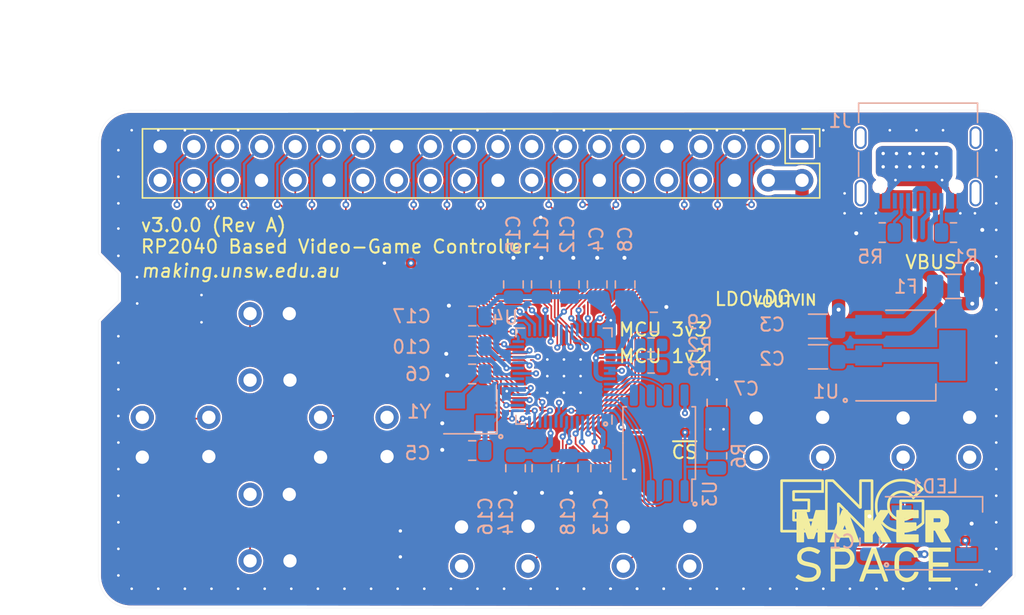
<source format=kicad_pcb>
(kicad_pcb (version 20211014) (generator pcbnew)
  (title_block (title "RP2040-Gamepad") (date "2022-09-08") (rev "4.0.0 (Rev A)") (company "Michael Lloyd, UNSW Makerspaces"))
  (layers (0 "F.Cu" mixed "TOP") (1 "In1.Cu" power "3V3") (2 "In2.Cu" power "GND") (31 "B.Cu" mixed "BOTTOM") (34 "B.Paste" user "BOTTOM_SOLDERPASTE") (35 "F.Paste" user "TOP_SOLDERPASTE") (36 "B.SilkS" user "BOTTOM_SILKSCREEN") (37 "F.SilkS" user "TOP_SILKSCREEN") (38 "B.Mask" user "BOTTOM_SOLDERMASK") (39 "F.Mask" user "TOP_SOLDERMASK") (44 "Edge.Cuts" user))
  (property "--x" "→")
  (property "Delta" "Δ")
  (property "MR" "MΩ")
  (property "O" "Ω")
  (property "R" "Ω")
  (property "VERSION" "1.0.0")
  (property "alpha" "α")
  (property "beta" "β")
  (property "delta" "δ")
  (property "diameter" "⌀")
  (property "footnote" "†")
  (property "frog" "🐸")
  (property "kR" "kΩ")
  (property "mR" "mΩ")
  (property "mu" "μ")
  (property "pi" "π")
  (property "uF" "μF")
  (property "uH" "μH")
  (property "uf" "μF")
  (property "uh" "μH")
  (property "x--" "←")
  (net 0 "")
  (net 1 "+3V3")
  (net 2 "VBUS")
  (net 3 "Net-(J1-PadA5)")
  (net 5 "+1V2")
  (net 6 "GND")
  (net 7 "/USB_{DATA}+")
  (net 8 "/USB_{DATA}-")
  (net 9 "/D-")
  (net 10 "/D+")
  (net 11 "/~{CS}")
  (net 12 "/SD1")
  (net 13 "/SD2")
  (net 14 "/SD0")
  (net 15 "/SCK")
  (net 16 "/SD3")
  (net 17 "/USB_VBUS")
  (net 19 "/$.GPIO29")
  (net 20 "/$.GPIO28")
  (net 21 "Net-(TP3-Pad1)")
  (net 22 "/$.GPIO2")
  (net 23 "/$.GPIO3")
  (net 24 "/$.GPIO4")
  (net 25 "/$.GPIO17")
  (net 26 "/$.GPIO14")
  (net 27 "/$.GPIO15")
  (net 28 "/$.GPIO16")
  (net 29 "/$.GPIO18")
  (net 30 "/$.GPIO19")
  (net 31 "/$.GPIO20")
  (net 32 "/$.GPIO10")
  (net 33 "/$.GPIO9")
  (net 34 "/$.GPIO21")
  (net 35 "/$.GPIO11")
  (net 36 "/$.GPIO8")
  (net 37 "/$.GPIO7")
  (net 38 "/$.GPIO1")
  (net 39 "/$.GPIO5")
  (net 40 "/$.GPIO6")
  (net 41 "/$.GPIO12")
  (net 42 "/$.GPIO13")
  (net 43 "/$.GPIO22")
  (net 44 "/$.GPIO24")
  (net 45 "/$.GPIO25")
  (net 46 "/$.GPIO26")
  (net 47 "/$.GPIO27")
  (net 48 "Net-(C5-Pad1)")
  (net 49 "Net-(C6-Pad1)")
  (net 52 "Net-(J1-PadB5)")
  (net 53 "Net-(TP4-Pad1)")
  (net 54 "/$.GPIO0")
  (net 55 "/$.GPIO23")
  (net 56 "Net-(TP6-Pad1)")
  (footprint "0:Testpoint_Custom" (layer "F.Cu") (at 155.175 87.375)
    (fp_text reference "TP5" hide)
    (fp_text value "LED DATA" hide)
  )
  (footprint "0:SW_TSC016XXXXXXX_4.5x3.0_H2.75" (layer "F.Cu") (at 153 79.6)
    (fp_text reference "SW6" hide)
    (fp_text value "SW_Push" hide)
  )
  (footprint "0:Testpoint_Custom" (layer "F.Cu") (at 128.5 73.5)
    (fp_text reference "TP2" hide)
    (fp_text value "MCU 1v2")
  )
  (footprint "0:Testpoint_Custom" (layer "F.Cu") (at 111.5 67.5)
    (fp_text reference "TP4" hide)
    (fp_text value "SWCLK" hide)
  )
  (footprint "0:Testpoint_Custom" (layer "F.Cu") (at 145.65 69)
    (fp_text reference "TP10" hide)
    (fp_text value "LDO_{VIN}")
  )
  (footprint "0:SW_TSC016XXXXXXX_4.5x3.0_H2.75" (layer "F.Cu") (at 102.9 72.8 -90)
    (fp_text reference "SW5" hide)
    (fp_text value "SW_Push" hide)
  )
  (footprint "0:Testpoint_Custom" (layer "F.Cu") (at 112.5 67.5)
    (fp_text reference "TP6" hide)
    (fp_text value "SWD" hide)
  )
  (footprint "0:Testpoint_Custom" (layer "F.Cu") (at 143.55 69.2)
    (fp_text reference "TP9" hide)
    (fp_text value "LDO_{VOUT}")
  )
  (footprint "0:Testpoint_Custom" (layer "F.Cu") (at 111.5 66.5)
    (fp_text reference "TP7" hide)
    (fp_text value "RUN_GND" hide)
  )
  (footprint "Fiducial:Fiducial_1mm_Mask2mm" (layer "F.Cu") (at 141.4 65.5)
    (fp_text reference "FID3" hide)
    (fp_text value "1,0" hide)
  )
  (footprint "0:SW_TSC016XXXXXXX_4.5x3.0_H2.75" (layer "F.Cu") (at 102.9 86.4 -90)
    (fp_text reference "SW1" hide)
    (fp_text value "SW_Push" hide)
  )
  (footprint "0:Testpoint_Custom" (layer "F.Cu") (at 128.5 71.5)
    (fp_text reference "TP1" hide)
    (fp_text value "MCU 3v3")
  )
  (footprint "0:eng_maker_space_ss" (layer "F.Cu") (at 141.36165 82.856351)
    (fp_text reference "REF**" hide)
    (fp_text value "eng_maker_space_ss" hide)
  )
  (footprint "Fiducial:Fiducial_1mm_Mask2mm" (layer "F.Cu") (at 139.5 89.5)
    (fp_text reference "FID2" hide)
    (fp_text value "0,0" hide)
  )
  (footprint "0:SW_TSC016XXXXXXX_4.5x3.0_H2.75" (layer "F.Cu") (at 131.96 87.8)
    (fp_text reference "SW2" hide)
    (fp_text value "SW_Push" hide)
  )
  (footprint "0:SW_TSC016XXXXXXX_4.5x3.0_H2.75" (layer "F.Cu") (at 119.8 87.8)
    (fp_text reference "SW8" hide)
    (fp_text value "SW_Push" hide)
  )
  (footprint "0:Testpoint_Custom" (layer "F.Cu") (at 151.45 68.25)
    (fp_text reference "TP8" hide)
    (fp_text value "VBUS")
  )
  (footprint "0:SW_TSC016XXXXXXX_4.5x3.0_H2.75" (layer "F.Cu") (at 95.8 79.6 180)
    (fp_text reference "SW3" hide)
    (fp_text value "SW_Push" hide)
  )
  (footprint "0:SW_TSC016XXXXXXX_4.5x3.0_H2.75" (layer "F.Cu") (at 109.2 79.6 180)
    (fp_text reference "SW7" hide)
    (fp_text value "SW_Push" hide)
  )
  (footprint "0:SW_TSC016XXXXXXX_4.5x3.0_H2.75" (layer "F.Cu") (at 141.95 79.6)
    (fp_text reference "SW4" hide)
    (fp_text value "SW_Push" hide)
  )
  (footprint "0:Testpoint_Custom" (layer "F.Cu") (at 113.5 66.5)
    (fp_text reference "TP11" hide)
    (fp_text value "SWD_3V3" hide)
  )
  (footprint "0:Testpoint_Custom" (layer "F.Cu") (at 134.075 79.25)
    (fp_text reference "TP12" hide)
    (fp_text value "~{CS}")
  )
  (footprint "0:Testpoint_Custom" (layer "F.Cu") (at 112.5 66.5)
    (fp_text reference "TP3" hide)
    (fp_text value "RUN" hide)
  )
  (footprint "Fiducial:Fiducial_1mm_Mask2mm" (layer "F.Cu") (at 103.8 80.25)
    (fp_text reference "FID1" hide)
    (fp_text value "0,1" hide)
  )
  (footprint "Connector_PinHeader_2.54mm:PinHeader_2x20_P2.54mm_Vertical" (layer "F.Cu") (at 142.9 57.725 -90)
    (fp_text reference "J3" hide)
    (fp_text value "RBP_GPIO_CONN" hide)
  )
  (footprint "Resistor_SMD:R_0603_1608Metric" (layer "B.Cu") (at 131.55 74.25 180)
    (fp_text reference "R3")
    (fp_text value "27Ω")
  )
  (footprint "Package_TO_SOT_SMD:SOT-223-3_TabPin2" (layer "B.Cu") (at 151.05 73.45)
    (fp_text reference "U1")
    (fp_text value "ASM1117-3.3")
  )
  (footprint "Resistor_SMD:R_0603_1608Metric" (layer "B.Cu") (at 131.55 72.65 180)
    (fp_text reference "R2")
    (fp_text value "27Ω")
  )
  (footprint "Capacitor_SMD:C_0805_2012Metric" (layer "B.Cu") (at 136.5 77 90)
    (fp_text reference "C7")
    (fp_text value "100nF")
  )
  (footprint "0:FLASH-SOIC-8" (layer "B.Cu") (at 132.160001 80.032167 90)
    (fp_text reference "U3")
    (fp_text value "WQ25JVS")
  )
  (footprint "Capacitor_SMD:C_0805_2012Metric" (layer "B.Cu") (at 123.340188 81.932082 -90)
    (fp_text reference "C14")
    (fp_text value "100nF")
  )
  (footprint "Capacitor_SMD:C_0805_2012Metric" (layer "B.Cu") (at 125.320087 81.932082 -90)
    (fp_text reference "C18")
    (fp_text value "100nF")
  )
  (footprint "LED_SMD:LED_WS2812B_PLCC4_5.0x5.0mm_P3.2mm" (layer "B.Cu") (at 152.825 86.825)
    (fp_text reference "LED1")
    (fp_text value "WS2812B")
  )
  (footprint "Capacitor_SMD:C_0805_2012Metric" (layer "B.Cu") (at 123.3 68.1 90)
    (fp_text reference "C11")
    (fp_text value "1μF")
  )
  (footprint "Capacitor_SMD:C_0805_2012Metric" (layer "B.Cu") (at 121.2 68.1 90)
    (fp_text reference "C15")
    (fp_text value "100nF")
  )
  (footprint "Capacitor_SMD:C_0805_2012Metric" (layer "B.Cu") (at 118.1 74.84 180)
    (fp_text reference "C6")
    (fp_text value "14pF")
  )
  (footprint "Crystal:Crystal_SMD_3225-4Pin_3.2x2.5mm" (layer "B.Cu") (at 117.966177 77.689441 180)
    (fp_text reference "Y1")
    (fp_text value "X322512MMB4SI")
  )
  (footprint "Capacitor_SMD:C_0805_2012Metric" (layer "B.Cu") (at 118.1 80.6 180)
    (fp_text reference "C5")
    (fp_text value "14pF")
  )
  (footprint "Capacitor_SMD:C_0805_2012Metric" (layer "B.Cu") (at 131.760003 70.932167)
    (fp_text reference "C9")
    (fp_text value "100nF")
  )
  (footprint "Resistor_SMD:R_0805_2012Metric" (layer "B.Cu") (at 136.5 81 90)
    (fp_text reference "R6")
    (fp_text value "10kΩ")
  )
  (footprint "Capacitor_SMD:C_1206_3216Metric" (layer "B.Cu") (at 144.1 73.55 180)
    (fp_text reference "C3")
    (fp_text value "10μF")
  )
  (footprint "Capacitor_SMD:C_1206_3216Metric" (layer "B.Cu") (at 144.1 71.25 180)
    (fp_text reference "C2")
    (fp_text value "10μF")
  )
  (footprint "Resistor_SMD:R_0805_2012Metric" (layer "B.Cu") (at 148.925 64.2 180)
    (fp_text reference "R5")
    (fp_text value "5.1kΩ")
  )
  (footprint "Capacitor_SMD:C_0805_2012Metric" (layer "B.Cu") (at 118.107598 70.476952 180)
    (fp_text reference "C17")
    (fp_text value "100nF")
  )
  (footprint "Capacitor_SMD:C_0805_2012Metric" (layer "B.Cu") (at 147.99 87.45 90)
    (fp_text reference "C1")
    (fp_text value "1μF")
  )
  (footprint "Capacitor_SMD:C_0805_2012Metric" (layer "B.Cu") (at 118.107598 72.739694 180)
    (fp_text reference "C10")
    (fp_text value "100nF")
  )
  (footprint "Package_DFN_QFN:QFN-56-1EP_7x7mm_P0.4mm_EP3.2x3.2mm" (layer "B.Cu") (at 125 75 90)
    (fp_text reference "U4")
    (fp_text value "RP2040")
  )
  (footprint "Connector_USB:USB_C_Receptacle_Palconn_UTC16-G" (layer "B.Cu") (at 151.625 59.3)
    (fp_text reference "J1")
    (fp_text value "C116159")
  )
  (footprint "Fuse:Fuse_1206_3216Metric" (layer "B.Cu") (at 154.3 68.25 180)
    (fp_text reference "F1")
    (fp_text value "C261953")
  )
  (footprint "Resistor_SMD:R_0805_2012Metric" (layer "B.Cu") (at 154.29 64.2)
    (fp_text reference "R1")
    (fp_text value "5.1kΩ")
  )
  (footprint "Capacitor_SMD:C_0805_2012Metric" (layer "B.Cu") (at 125.4 68.1 90)
    (fp_text reference "C12")
    (fp_text value "100nF")
  )
  (footprint "Capacitor_SMD:C_0805_2012Metric" (layer "B.Cu") (at 127.760003 81.929685 -90)
    (fp_text reference "C13")
    (fp_text value "100nF")
  )
  (footprint "Capacitor_SMD:C_0805_2012Metric" (layer "B.Cu") (at 121.360289 81.932082 -90)
    (fp_text reference "C16")
    (fp_text value "100nF")
  )
  (footprint "Capacitor_SMD:C_0805_2012Metric" (layer "B.Cu") (at 127.5 68.1 90)
    (fp_text reference "C4")
    (fp_text value "1μF")
  )
  (footprint "Capacitor_SMD:C_0805_2012Metric" (layer "B.Cu") (at 129.6 68.1 90)
    (fp_text reference "C8")
    (fp_text value "1μF")
  )
  (gr_circle (center 120.25 79.55) (end 120.3 79.525) (layer "B.SilkS") (width 0.15) (fill none))
  (gr_circle (center 146.15 76.825) (end 146.2 76.8) (layer "B.SilkS") (width 0.15) (fill none))
  (gr_circle (center 128.125 78.6) (end 128.175 78.575) (layer "B.SilkS") (width 0.15) (fill none))
  (gr_circle (center 134.85 84.625) (end 134.9 84.6) (layer "B.SilkS") (width 0.15) (fill none))
  (gr_circle (center 149.25 89.2) (end 149.3 89.175) (layer "B.SilkS") (width 0.15) (fill none))
  (gr_arc (start 156.492588 54.967588) (mid 158.225 55.685176) (end 158.942588 57.417588) (layer "Edge.Cuts") (width 0.01))
  (gr_arc (start 92.45 92.45) (mid 90.717588 91.732412) (end 90 90) (layer "Edge.Cuts") (width 0.01))
  (gr_line (start 90 70.8) (end 91.5 69.3) (layer "Edge.Cuts") (width 0.01))
  (gr_line (start 90 70.8) (end 90 90) (layer "Edge.Cuts") (width 0.01))
  (gr_line (start 90 65.8) (end 91.5 67.3) (layer "Edge.Cuts") (width 0.01))
  (gr_line (start 92.450001 55) (end 156.492588 54.967588) (layer "Edge.Cuts") (width 0.01))
  (gr_arc (start 90.000001 57.45) (mid 90.717589 55.717588) (end 92.450001 55) (layer "Edge.Cuts") (width 0.01))
  (gr_line (start 90.000001 57.45) (end 90.000001 65.8) (layer "Edge.Cuts") (width 0.01))
  (gr_line (start 158.917588 90.067588) (end 156.467588 92.517588) (layer "Edge.Cuts") (width 0.01))
  (gr_line (start 91.5 67.3) (end 91.5 69.3) (layer "Edge.Cuts") (width 0.01))
  (gr_line (start 92.45 92.45) (end 156.467588 92.517588) (layer "Edge.Cuts") (width 0.01))
  (gr_line (start 158.917588 90.067588) (end 158.942588 57.417588) (layer "Edge.Cuts") (width 0.01))
  (gr_text "v3.0.0 (Rev A)\nRP2040 Based Video-Game Controller" (at 93.1 64.45) (layer "F.SilkS") (effects (font (size 1 1)) (justify left)))
  (gr_text "making.unsw.edu.au" (at 93.15 67.075) (layer "F.SilkS") (effects (font (size 1 1) (thickness 0.15) italic) (justify left)))
  (segment (start 128.525 71.475) (end 128.5 71.5) (width 0.1778) (layer "F.Cu") (net 1))
  (segment (start 128.525 70.8) (end 128.525 71.475) (width 0.1778) (layer "F.Cu") (net 1))
  (via (at 122.9 74.8) (size 0.46) (drill 0.2) (layers "F.Cu" "B.Cu") (net 1))
  (via (at 129.35 74.6) (size 0.46) (drill 0.2) (layers "F.Cu" "B.Cu") (net 1))
  (via (at 128.525 70.8) (size 0.46) (drill 0.2) (layers "F.Cu" "B.Cu") (net 1))
  (via (at 124.000004 72.4) (size 0.46) (drill 0.2) (layers "F.Cu" "B.Cu") (net 1))
  (via (at 123.993487 79.3) (size 0.46) (drill 0.2) (layers "F.Cu" "B.Cu") (net 1))
  (via (at 137 79) (size 0.46) (drill 0.2) (layers "F.Cu" "B.Cu") (net 1))
  (via (at 136 79) (size 0.46) (drill 0.2) (layers "F.Cu" "B.Cu") (net 1))
  (via (at 134.1 77.79) (size 0.46) (drill 0.2) (layers "F.Cu" "B.Cu") (net 1))
  (via (at 113.5 66.5) (size 0.508) (drill 0.254) (layers "F.Cu" "B.Cu") (net 1))
  (segment (start 128.437502 74.587502) (end 129.337502 74.587502) (width 0.2) (layer "B.Cu") (net 1))
  (segment (start 127.95 79.25) (end 127.75 79.05) (width 0.3556) (layer "B.Cu") (net 1))
  (segment (start 122.9 74.8) (end 121.562503 74.799999) (width 0.2) (layer "B.Cu") (net 1))
  (segment (start 123.993487 79.3) (end 123.993487 80.156513) (width 0.3556) (layer "B.Cu") (net 1))
  (segment (start 128.437502 74.587502) (end 128.437502 74.399998) (width 0.2) (layer "B.Cu") (net 1))
  (segment (start 121.2 69.05) (end 121.227211 69.022789) (width 0.381) (layer "B.Cu") (net 1))
  (segment (start 119.057598 70.092402) (end 120.1 69.05) (width 0.3556) (layer "B.Cu") (net 1))
  (segment (start 147.9 73.45) (end 154.2 73.45) (width 1) (layer "B.Cu") (net 1))
  (segment (start 127.75 79.05) (end 127.6 78.9) (width 0.1778) (layer "B.Cu") (net 1))
  (segment (start 145.575 73.55) (end 147.8 73.55) (width 1) (layer "B.Cu") (net 1))
  (segment (start 125.322484 80.979685) (end 125.320087 80.982082) (width 0.3556) (layer "B.Cu") (net 1))
  (segment (start 128.437502 74.8) (end 128.437502 74.587502) (width 0.2) (layer "B.Cu") (net 1))
  (segment (start 123.993487 80.156513) (end 123.340188 80.809812) (width 0.3556) (layer "B.Cu") (net 1))
  (segment (start 147.8 73.55) (end 147.9 73.45) (width 1) (layer "B.Cu") (net 1))
  (segment (start 121.360289 80.982082) (end 125.320087 80.982082) (width 0.3556) (layer "B.Cu") (net 1))
  (segment (start 121.360289 80.982082) (end 127.754217 80.982082) (width 0.508) (layer "B.Cu") (net 1))
  (segment (start 128.525 70.8) (end 128.665513 70.659487) (width 0.1778) (layer "B.Cu") (net 1))
  (segment (start 127.6 78.9) (end 127.6 78.4375) (width 0.1778) (layer "B.Cu") (net 1))
  (segment (start 127.760003 80.289997) (end 127.95 80.1) (width 0.3556) (layer "B.Cu") (net 1))
  (segment (start 119.057598 70.476952) (end 119.057598 70.092402) (width 0.3556) (layer "B.Cu") (net 1))
  (segment (start 123.340188 80.809812) (end 123.340188 80.982082) (width 0.3556) (layer "B.Cu") (net 1))
  (segment (start 120.1 69.05) (end 121.2 69.05) (width 0.3556) (layer "B.Cu") (net 1))
  (segment (start 123.993487 79.3) (end 124.000005 79.293482) (width 0.2) (layer "B.Cu") (net 1))
  (segment (start 129.337502 74.587502) (end 129.35 74.6) (width 0.2) (layer "B.Cu") (net 1))
  (segment (start 129.35 74.6) (end 129.300004 74.550004) (width 0.127) (layer "B.Cu") (net 1))
  (segment (start 127.95 80.1) (end 127.95 79.25) (width 0.3556) (layer "B.Cu") (net 1))
  (segment (start 134.1 77.79) (end 134.1 76.467166) (width 0.254) (layer "B.Cu") (net 1))
  (segment (start 127.760003 80.979685) (end 127.760003 80.289997) (width 0.3556) (layer "B.Cu") (net 1))
  (segment (start 129.300004 74.550004) (end 129.300004 74.432167) (width 0.127) (layer "B.Cu") (net 1))
  (segment (start 127.472789 69.022789) (end 127.5 69.05) (width 0.381) (layer "B.Cu") (net 1))
  (segment (start 124.000005 79.293482) (end 124.000005 78.437501) (width 0.2) (layer "B.Cu") (net 1))
  (segment (start 121.227211 69.022789) (end 127.472789 69.022789) (width 0.381) (layer "B.Cu") (net 1))
  (segment (start 128.665513 70.659487) (end 128.665513 70.264283) (width 0.1778) (layer "B.Cu") (net 1))
  (segment (start 127.760003 80.979685) (end 125.322484 80.979685) (width 0.3556) (layer "B.Cu") (net 1))
  (segment (start 124.000003 71.562499) (end 124.000004 72.4) (width 0.2) (layer "B.Cu") (net 1))
  (segment (start 128.4375 72.8) (end 128.4375 72.4) (width 0.2) (layer "B.Cu") (net 1))
  (segment (start 128.558578 70.108578) (end 127.5 69.05) (width 0.1778) (layer "B.Cu") (net 1))
  (segment (start 134.1 76.467166) (end 134.065001 76.432167) (width 0.254) (layer "B.Cu") (net 1))
  (arc (start 127.754217 80.982082) (mid 127.757348 80.981459) (end 127.760003 80.979685) (width 0.508) (layer "B.Cu") (net 1))
  (arc (start 128.665513 70.264283) (mid 128.618619 70.181749) (end 128.558578 70.108578) (width 0.1778) (layer "B.Cu") (net 1))
  (segment (start 144 64.1) (end 145.65 65.75) (width 1) (layer "F.Cu") (net 2))
  (segment (start 145.65 65.75) (end 145.65 70) (width 1) (layer "F.Cu") (net 2))
  (segment (start 140.36 60.265) (end 142.9 60.265) (width 1.5) (layer "F.Cu") (net 2))
  (segment (start 142.9 63) (end 144 64.1) (width 1) (layer "F.Cu") (net 2))
  (segment (start 142.9 60.265) (end 142.9 63) (width 1) (layer "F.Cu") (net 2))
  (via (at 145.65 70) (size 0.6) (drill 0.3) (layers "F.Cu" "B.Cu") (net 2))
  (via (at 152.1 88.4) (size 0.6) (drill 0.3) (layers "F.Cu" "B.Cu") (net 2))
  (segment (start 142.9 60.265) (end 140.385 60.265) (width 1.5) (layer "B.Cu") (net 2))
  (segment (start 145.65 70) (end 145.65 71.175) (width 1) (layer "B.Cu") (net 2))
  (segment (start 150.85 71.15) (end 147.9 71.15) (width 1) (layer "B.Cu") (net 2))
  (segment (start 145.65 71.175) (end 145.575 71.25) (width 1) (layer "B.Cu") (net 2))
  (segment (start 150.375 88.425) (end 150.4 88.4) (width 0.508) (layer "B.Cu") (net 2))
  (segment (start 152.9 68.25) (end 152.9 69.1) (width 1) (layer "B.Cu") (net 2))
  (segment (start 150.4 88.4) (end 152.1 88.4) (width 0.508) (layer "B.Cu") (net 2))
  (segment (start 147.99 88.4) (end 150.35 88.4) (width 1) (layer "B.Cu") (net 2))
  (segment (start 147.9 71.15) (end 145.675 71.15) (width 1) (layer "B.Cu") (net 2))
  (segment (start 150.35 88.4) (end 150.375 88.425) (width 0.508) (layer "B.Cu") (net 2))
  (segment (start 140.385 60.265) (end 140.35 60.3) (width 1) (layer "B.Cu") (net 2))
  (segment (start 152.9 69.1) (end 150.85 71.15) (width 1) (layer "B.Cu") (net 2))
  (segment (start 145.675 71.15) (end 145.575 71.25) (width 1) (layer "B.Cu") (net 2))
  (segment (start 149.8375 63.3875) (end 149.8375 64.2) (width 0.2) (layer "B.Cu") (net 3))
  (segment (start 150.375 62.85) (end 149.8375 63.3875) (width 0.2) (layer "B.Cu") (net 3))
  (segment (start 150.375 61.81) (end 150.375 62.85) (width 0.2) (layer "B.Cu") (net 3))
  (segment (start 128.367833 73.632167) (end 128.5 73.5) (width 0.127) (layer "F.Cu") (net 5))
  (segment (start 127.4 73.632167) (end 128.367833 73.632167) (width 0.127) (layer "F.Cu") (net 5))
  (via (at 127.4 73.632167) (size 0.46) (drill 0.2) (layers "F.Cu" "B.Cu") (net 5))
  (via (at 120.680003 74.399999) (size 0.46) (drill 0.2) (layers "F.Cu" "B.Cu") (net 5))
  (segment (start 127.8 73.2) (end 128.4375 73.2) (width 0.2) (layer "B.Cu") (net 5))
  (segment (start 119.089694 72.739694) (end 120.680003 74.330003) (width 0.3556) (layer "B.Cu") (net 5))
  (segment (start 127.5 73.35) (end 127.543934 73.306066) (width 0.3556) (layer "B.Cu") (net 5))
  (segment (start 127.4 73.632167) (end 127.4 74.737868) (width 0.3556) (layer "B.Cu") (net 5))
  (segment (start 121.562502 74.399999) (end 120.680003 74.399999) (width 0.2) (layer "B.Cu") (net 5))
  (segment (start 127.791421 75.2) (end 128.4375 75.2) (width 0.2) (layer "B.Cu") (net 5))
  (segment (start 127.4 73.632167) (end 127.4 73.591421) (width 0.3556) (layer "B.Cu") (net 5))
  (segment (start 119.057598 72.739694) (end 119.089694 72.739694) (width 0.3556) (layer "B.Cu") (net 5))
  (segment (start 120.680003 74.330003) (end 120.680003 74.399999) (width 0.3556) (layer "B.Cu") (net 5))
  (arc (start 127.55 75.1) (mid 127.660765 75.174011) (end 127.791421 75.2) (width 0.3556) (layer "B.Cu") (net 5))
  (arc (start 127.4 73.591421) (mid 127.425989 73.460765) (end 127.5 73.35) (width 0.3556) (layer "B.Cu") (net 5))
  (arc (start 127.543934 73.306066) (mid 127.661418 73.227566) (end 127.8 73.2) (width 0.3556) (layer "B.Cu") (net 5))
  (arc (start 127.4 74.737868) (mid 127.438984 74.933852) (end 127.55 75.1) (width 0.3556) (layer "B.Cu") (net 5))
  (via (at 157.5 80) (size 0.46) (drill 0.2) (layers "F.Cu" "B.Cu") (net 6))
  (via (at 130.5 91) (size 0.46) (drill 0.2) (layers "F.Cu" "B.Cu") (net 6))
  (via (at 130.25 82.1) (size 0.6) (drill 0.3) (layers "F.Cu" "B.Cu") (net 6))
  (via (at 157.5 76) (size 0.46) (drill 0.2) (layers "F.Cu" "B.Cu") (net 6))
  (via (at 91.5 88) (size 0.46) (drill 0.2) (layers "F.Cu" "B.Cu") (net 6))
  (via (at 118.5 56.5) (size 0.46) (drill 0.2) (layers "F.Cu" "B.Cu") (net 6))
  (via (at 91.5 62) (size 0.46) (drill 0.2) (layers "F.Cu" "B.Cu") (net 6))
  (via (at 108.5 91) (size 0.46) (drill 0.2) (layers "F.Cu" "B.Cu") (net 6))
  (via (at 116.15 73.325) (size 0.6) (drill 0.3) (layers "F.Cu" "B.Cu") (net 6))
  (via (at 136.5 75.25) (size 0.46) (drill 0.2) (layers "F.Cu" "B.Cu") (net 6))
  (via (at 157.5 68) (size 0.46) (drill 0.2) (layers "F.Cu" "B.Cu") (net 6))
  (via (at 126.5 56.5) (size 0.46) (drill 0.2) (layers "F.Cu" "B.Cu") (net 6))
  (via (at 91.5 74) (size 0.46) (drill 0.2) (layers "F.Cu" "B.Cu") (net 6))
  (via (at 157.5 64) (size 0.46) (drill 0.2) (layers "F.Cu" "B.Cu") (net 6))
  (via (at 130.5 91) (size 0.46) (drill 0.2) (layers "F.Cu" "B.Cu") (net 6))
  (via (at 91.5 80) (size 0.46) (drill 0.2) (layers "F.Cu" "B.Cu") (net 6))
  (via (at 156 90.7) (size 0.46) (drill 0.2) (layers "F.Cu" "B.Cu") (net 6))
  (via (at 126.25 76.25) (size 0.46) (drill 0.2) (layers "F.Cu" "B.Cu") (net 6))
  (via (at 102.5 91) (size 0.46) (drill 0.2) (layers "F.Cu" "B.Cu") (net 6))
  (via (at 91.5 63.9) (size 0.46) (drill 0.2) (layers "F.Cu" "B.Cu") (net 6))
  (via (at 92.5 56.5) (size 0.46) (drill 0.2) (layers "F.Cu" "B.Cu") (net 6))
  (via (at 100.5 56.5) (size 0.46) (drill 0.2) (layers "F.Cu" "B.Cu") (net 6))
  (via (at 114.5 91) (size 0.46) (drill 0.2) (layers "F.Cu" "B.Cu") (net 6))
  (via (at 123.75 73.75) (size 0.46) (drill 0.2) (layers "F.Cu" "B.Cu") (net 6))
  (via (at 91.5 82) (size 0.46) (drill 0.2) (layers "F.Cu" "B.Cu") (net 6))
  (via (at 125 76.25) (size 0.46) (drill 0.2) (layers "F.Cu" "B.Cu") (net 6))
  (via (at 100.5 91) (size 0.46) (drill 0.2) (layers "F.Cu" "B.Cu") (net 6))
  (via (at 96.5 91) (size 0.46) (drill 0.2) (layers "F.Cu" "B.Cu") (net 6))
  (via (at 148.5 91) (size 0.46) (drill 0.2) (layers "F.Cu" "B.Cu") (net 6))
  (via (at 94.5 56.5) (size 0.46) (drill 0.2) (layers "F.Cu" "B.Cu") (net 6))
  (via (at 150.5 91) (size 0.46) (drill 0.2) (layers "F.Cu" "B.Cu") (net 6))
  (via (at 124.5 91) (size 0.46) (drill 0.2) (layers "F.Cu" "B.Cu") (net 6))
  (via (at 97.75 68.9) (size 0.46) (drill 0.2) (layers "F.Cu" "B.Cu") (net 6))
  (via (at 96.5 56.5) (size 0.46) (drill 0.2) (layers "F.Cu" "B.Cu") (net 6))
  (via (at 91.5 65.95) (size 0.46) (drill 0.2) (layers "F.Cu" "B.Cu") (net 6))
  (via (at 136.5 56.5) (size 0.46) (drill 0.2) (layers "F.Cu" "B.Cu") (net 6))
  (via (at 132.5 91) (size 0.46) (drill 0.2) (layers "F.Cu" "B.Cu") (net 6))
  (via (at 94.5 91) (size 0.46) (drill 0.2) (layers "F.Cu" "B.Cu") (net 6))
  (via (at 154.8 62.75) (size 0.46) (drill 0.2) (layers "F.Cu" "B.Cu") (net 6))
  (via (at 125.7 66.1) (size 0.6) (drill 0.3) (layers "F.Cu" "B.Cu") (net 6))
  (via (at 127.5 66.1) (size 0.6) (drill 0.3) (layers "F.Cu" "B.Cu") (net 6))
  (via (at 147.35 62.75) (size 0.46) (drill 0.2) (layers "F.Cu" "B.Cu") (net 6))
  (via (at 128.5 91) (size 0.46) (drill 0.2) (layers "F.Cu" "B.Cu") (net 6))
  (via (at 111.5 66.5) (size 0.508) (drill 0.254) (layers "F.Cu" "B.Cu") (net 6))
  (via (at 121.2 66.1) (size 0.6) (drill 0.3) (layers "F.Cu" "B.Cu") (net 6))
  (via (at 92.9 67.549999) (size 0.46) (drill 0.2) (layers "F.Cu" "B.Cu") (net 6))
  (via (at 128.5 91) (size 0.46) (drill 0.2) (layers "F.Cu" "B.Cu") (net 6))
  (via (at 123.35 83.782167) (size 0.6) (drill 0.3) (layers "F.Cu" "B.Cu") (net 6))
  (via (at 116.5 91) (size 0.46) (drill 0.2) (layers "F.Cu" "B.Cu") (net 6))
  (via (at 125 73.75) (size 0.46) (drill 0.2) (layers "F.Cu" "B.Cu") (net 6))
  (via (at 138.5 56.5) (size 0.46) (drill 0.2) (layers "F.Cu" "B.Cu") (net 6))
  (via (at 157.5 60) (size 0.46) (drill 0.2) (layers "F.Cu" "B.Cu") (net 6))
  (via (at 128.5 56.5) (size 0.46) (drill 0.2) (layers "F.Cu" "B.Cu") (net 6))
  (via (at 126.5 91) (size 0.46) (drill 0.2) (layers "F.Cu" "B.Cu") (net 6))
  (via (at 152.5 91) (size 0.46) (drill 0.2) (layers "F.Cu" "B.Cu") (net 6))
  (via (at 106.5 91) (size 0.46) (drill 0.2) (layers "F.Cu" "B.Cu") (net 6))
  (via (at 127.750004 83.782167) (size 0.6) (drill 0.3) (layers "F.Cu" "B.Cu") (net 6))
  (via (at 126.5 91) (size 0.46) (drill 0.2) (layers "F.Cu" "B.Cu") (net 6))
  (via (at 148.45 62.75) (size 0.46) (drill 0.2) (layers "F.Cu" "B.Cu") (net 6))
  (via (at 130.5 91) (size 0.46) (drill 0.2) (layers "F.Cu" "B.Cu") (net 6))
  (via (at 130.5 91) (size 0.46) (drill 0.2) (layers "F.Cu" "B.Cu") (net 6))
  (via (at 123.75 75) (size 0.46) (drill 0.2) (layers "F.Cu" "B.Cu") (net 6))
  (via (at 132.7 69.8) (size 0.6) (drill 0.3) (layers "F.Cu" "B.Cu") (net 6))
  (via (at 123.3 66.1) (size 0.6) (drill 0.3) (layers "F.Cu" "B.Cu") (net 6))
  (via (at 115.85 78.55) (size 0.6) (drill 0.3) (layers "F.Cu" "B.Cu") (net 6))
  (via (at 92.5 91) (size 0.46) (drill 0.2) (layers "F.Cu" "B.Cu") (net 6))
  (via (at 157.5 72) (size 0.46) (drill 0.2) (layers "F.Cu" "B.Cu") (net 6))
  (via (at 157.5 78) (size 0.46) (drill 0.2) (layers "F.Cu" "B.Cu") (net 6))
  (via (at 146.1 61.25) (size 0.46) (drill 0.2) (layers "F.Cu" "B.Cu") (net 6))
  (via (at 112.7 86.65) (size 0.508) (drill 0.254) (layers "F.Cu" "B.Cu") (net 6))
  (via (at 91.5 76) (size 0.46) (drill 0.2) (layers "F.Cu" "B.Cu") (net 6))
  (via (at 118.5 91) (size 0.46) (drill 0.2) (layers "F.Cu" "B.Cu") (net 6))
  (via (at 110.5 56.5) (size 0.46) (drill 0.2) (layers "F.Cu" "B.Cu") (net 6))
  (via (at 123.25 63.05) (size 0.508) (drill 0.254) (layers "F.Cu" "B.Cu") (net 6))
  (via (at 116.35 69.7) (size 0.6) (drill 0.3) (layers "F.Cu" "B.Cu") (net 6))
  (via (at 155.9 62.75) (size 0.46) (drill 0.2) (layers "F.Cu" "B.Cu") (net 6))
  (via (at 91.5 58) (size 0.46) (drill 0.2) (layers "F.Cu" "B.Cu") (net 6))
  (via (at 98.5 56.5) (size 0.46) (drill 0.2) (layers "F.Cu" "B.Cu") (net 6))
  (via (at 97.75 70.95) (size 0.46) (drill 0.2) (layers "F.Cu" "B.Cu") (net 6))
  (via (at 157.5 84) (size 0.46) (drill 0.2) (layers "F.Cu" "B.Cu") (net 6))
  (via (at 98.5 91) (size 0.46) (drill 0.2) (layers "F.Cu" "B.Cu") (net 6))
  (via (at 132.5 91) (size 0.46) (drill 0.2) (layers "F.Cu" "B.Cu") (net 6))
  (via (at 104.5 91) (size 0.46) (drill 0.2) (layers "F.Cu" "B.Cu") (net 6))
  (via (at 110.5 91) (size 0.46) (drill 0.2) (layers "F.Cu" "B.Cu") (net 6))
  (via (at 120.5 56.5) (size 0.46) (drill 0.2) (layers "F.Cu" "B.Cu") (net 6))
  (via (at 125.55 83.782167) (size 0.6) (drill 0.3) (layers "F.Cu" "B.Cu") (net 6))
  (via (at 126.25 73.75) (size 0.46) (drill 0.2) (layers "F.Cu" "B.Cu") (net 6))
  (via (at 116.5 56.5) (size 0.46) (drill 0.2) (layers "F.Cu" "B.Cu") (net 6))
  (via (at 157.5 70) (size 0.46) (drill 0.2) (layers "F.Cu" "B.Cu") (net 6))
  (via (at 108.5 56.5) (size 0.46) (drill 0.2) (layers "F.Cu" "B.Cu") (net 6))
  (via (at 115.85 80.55) (size 0.6) (drill 0.3) (layers "F.Cu" "B.Cu") (net 6))
  (via (at 126.25 75) (size 0.46) (drill 0.2) (layers "F.Cu" "B.Cu") (net 6))
  (via (at 146.975 64.25) (size 0.6) (drill 0.3) (layers "F.Cu" "B.Cu") (net 6))
  (via (at 136.5 91) (size 0.46) (drill 0.2) (layers "F.Cu" "B.Cu") (net 6))
  (via (at 121.350004 83.782167) (size 0.6) (drill 0.3) (layers "F.Cu" "B.Cu") (net 6))
  (via (at 122.5 91) (size 0.46) (drill 0.2) (layers "F.Cu" "B.Cu") (net 6))
  (via (at 91.5 78) (size 0.46) (drill 0.2) (layers "F.Cu" "B.Cu") (net 6))
  (via (at 144.5 56.5) (size 0.46) (drill 0.2) (layers "F.Cu" "B.Cu") (net 6))
  (via (at 155.65 86.1) (size 0.6) (drill 0.3) (layers "F.Cu" "B.Cu") (net 6))
  (via (at 126.5 91) (size 0.46) (drill 0.2) (layers "F.Cu" "B.Cu") (net 6))
  (via (at 132.5 91) (size 0.46) (drill 0.2) (layers "F.Cu" "B.Cu") (net 6))
  (via (at 125 75) (size 0.46) (drill 0.2) (layers "F.Cu" "B.Cu") (net 6))
  (via (at 149.5 56.5) (size 0.46) (drill 0.2) (layers "F.Cu" "B.Cu") (net 6))
  (via (at 134.5 91) (size 0.46) (drill 0.2) (layers "F.Cu" "B.Cu") (net 6))
  (via (at 91.5 60) (size 0.46) (drill 0.2) (layers "F.Cu" "B.Cu") (net 6))
  (via (at 91.5 84) (size 0.46) (drill 0.2) (layers "F.Cu" "B.Cu") (net 6))
  (via (at 156.45 64) (size 0.6) (drill 0.3) (layers "F.Cu" "B.Cu") (net 6))
  (via (at 128.5 91) (size 0.46) (drill 0.2) (layers "F.Cu" "B.Cu") (net 6))
  (via (at 91.5 72) (size 0.46) (drill 0.2) (layers "F.Cu" "B.Cu") (net 6))
  (via (at 157.5 88) (size 0.46) (drill 0.2) (layers "F.Cu" "B.Cu") (net 6))
  (via (at 124.5 91) (size 0.46) (drill 0.2) (layers "F.Cu" "B.Cu") (net 6))
  (via (at 157.5 74) (size 0.46) (drill 0.2) (layers "F.Cu" "B.Cu") (net 6))
  (via (at 157.5 66) (size 0.46) (drill 0.2) (layers "F.Cu" "B.Cu") (net 6))
  (via (at 147.975 85.55) (size 0.6) (drill 0.3) (layers "F.Cu" "B.Cu") (net 6))
  (via (at 157.5 58) (size 0.46) (drill 0.2) (layers "F.Cu" "B.Cu") (net 6))
  (via (at 91.5 90) (size 0.46) (drill 0.2) (layers "F.Cu" "B.Cu") (net 6))
  (via (at 129.55 66.1) (size 0.6) (drill 0.3) (layers "F.Cu" "B.Cu") (net 6))
  (via (at 157.5 82) (size 0.46) (drill 0.2) (layers "F.Cu" "B.Cu") (net 6))
  (via (at 140.5 91) (size 0.46) (drill 0.2) (layers "F.Cu" "B.Cu") (net 6))
  (via (at 128.5 91) (size 0.46) (drill 0.2) (layers "F.Cu" "B.Cu") (net 6))
  (via (at 146.5 91) (size 0.46) (drill 0.2) (layers "F.Cu" "B.Cu") (net 6))
  (via (at 91.5 86) (size 0.46) (drill 0.2) (layers "F.Cu" "B.Cu") (net 6))
  (via (at 151.5 56.5) (size 0.46) (drill 0.2) (layers "F.Cu" "B.Cu") (net 6))
  (via (at 116.225 74.95) (size 0.6) (drill 0.3) (layers "F.Cu" "B.Cu") (net 6))
  (via (at 138.5 91) (size 0.46) (drill 0.2) (layers "F.Cu" "B.Cu") (net 6))
  (via (at 157 89.7) (size 0.46) (drill 0.2) (layers "F.Cu" "B.Cu") (net 6))
  (via (at 123.75 76.25) (size 0.46) (drill 0.2) (layers "F.Cu" "B.Cu") (net 6))
  (via (at 154.5 91) (size 0.46) (drill 0.2) (layers "F.Cu" "B.Cu") (net 6))
  (via (at 134.5 56.5) (size 0.46) (drill 0.2) (layers "F.Cu" "B.Cu") (net 6))
  (via (at 153.5 56.5) (size 0.46) (drill 0.2) (layers "F.Cu" "B.Cu") (net 6))
  (via (at 120.5 91) (size 0.46) (drill 0.2) (layers "F.Cu" "B.Cu") (net 6))
  (via (at 120.700004 76.132167) (size 0.46) (drill 0.2) (layers "F.Cu" "B.Cu") (net 6))
  (via (at 134.5 91) (size 0.46) (drill 0.2) (layers "F.Cu" "B.Cu") (net 6))
  (via (at 144.5 91) (size 0.46) (drill 0.2) (layers "F.Cu" "B.Cu") (net 6))
  (via (at 157.5 86) (size 0.46) (drill 0.2) (layers "F.Cu" "B.Cu") (net 6))
  (via (at 124.5 56.5) (size 0.46) (drill 0.2) (layers "F.Cu" "B.Cu") (net 6))
  (via (at 146.1 62.75) (size 0.46) (drill 0.2) (layers "F.Cu" "B.Cu") (net 6))
  (via (at 92.914214 69.535786) (size 0.46) (drill 0.2) (layers "F.Cu" "B.Cu") (net 6))
  (via (at 157.5 62) (size 0.46) (drill 0.2) (layers "F.Cu" "B.Cu") (net 6))
  (via (at 106.5 56.5) (size 0.46) (drill 0.2) (layers "F.Cu" "B.Cu") (net 6))
  (via (at 112.5 91) (size 0.46) (drill 0.2) (layers "F.Cu" "B.Cu") (net 6))
  (via (at 142.5 91) (size 0.46) (drill 0.2) (layers "F.Cu" "B.Cu") (net 6))
  (via (at 112.7 88.6) (size 0.508) (drill 0.254) (layers "F.Cu" "B.Cu") (net 6))
  (segment (start 136.5 76.225) (end 136.5 75.25) (width 0.127) (layer "B.Cu") (net 6))
  (segment (start 152.19 60.88) (end 151.55 60.88) (width 0.3556) (layer "B.Cu") (net 7))
  (segment (start 151.966672 63.253328) (end 151.966672 64.54769) (width 0.345) (layer "B.Cu") (net 7))
  (segment (start 152.375 61.81) (end 152.375 61.065) (width 0.254) (layer "B.Cu") (net 7))
  (segment (start 151.97 63.25) (end 152.375 62.845) (width 0.3556) (layer "B.Cu") (net 7))
  (segment (start 151.375 61.055) (end 151.375 61.81) (width 0.254) (layer "B.Cu") (net 7))
  (segment (start 152.375 62.845) (end 152.375 61.81) (width 0.254) (layer "B.Cu") (net 7))
  (segment (start 151.97 63.25) (end 151.966672 63.253328) (width 0.345) (layer "B.Cu") (net 7))
  (segment (start 152.375 61.065) (end 152.19 60.88) (width 0.3556) (layer "B.Cu") (net 7))
  (segment (start 151.55 60.88) (end 151.375 61.055) (width 0.3556) (layer "B.Cu") (net 7))
  (segment (start 150.875 62.635) (end 151.02 62.78) (width 0.3556) (layer "B.Cu") (net 8))
  (segment (start 151.875 61.81) (end 151.875 62.615) (width 0.254) (layer "B.Cu") (net 8))
  (segment (start 151.02 62.78) (end 151.42 62.78) (width 0.3556) (layer "B.Cu") (net 8))
  (segment (start 151.42165 64.56808) (end 151.42165 62.78165) (width 0.345) (layer "B.Cu") (net 8))
  (segment (start 151.875 62.615) (end 151.71 62.78) (width 0.3556) (layer "B.Cu") (net 8))
  (segment (start 151.71 62.78) (end 151.42 62.78) (width 0.3556) (layer "B.Cu") (net 8))
  (segment (start 150.875 61.81) (end 150.875 62.635) (width 0.254) (layer "B.Cu") (net 8))
  (segment (start 151.42165 62.78165) (end 151.42 62.78) (width 0.345) (layer "B.Cu") (net 8))
  (segment (start 130.725 72.707172) (end 130.725 72.65) (width 0.2) (layer "B.Cu") (net 9))
  (segment (start 129.832172 73.6) (end 130.725 72.707172) (width 0.2) (layer "B.Cu") (net 9))
  (segment (start 128.4375 73.6) (end 129.832172 73.6) (width 0.2) (layer "B.Cu") (net 9))
  (segment (start 130.725 74.325) (end 130.725 74.25) (width 0.2) (layer "B.Cu") (net 10))
  (segment (start 128.4375 74) (end 129.85 74) (width 0.2) (layer "B.Cu") (net 10))
  (segment (start 129.85 74) (end 130.45 74.6) (width 0.2) (layer "B.Cu") (net 10))
  (segment (start 130.45 74.6) (end 130.725 74.325) (width 0.2) (layer "B.Cu") (net 10))
  (segment (start 129.3 78.85) (end 129.682167 79.232167) (width 0.2) (layer "F.Cu") (net 11))
  (segment (start 129.682167 79.232167) (end 134.1 79.232167) (width 0.2) (layer "F.Cu") (net 11))
  (via (at 129.3 78.85) (size 0.46) (drill 0.2) (layers "F.Cu" "B.Cu") (net 11))
  (via (at 134.1 79.232167) (size 0.46) (drill 0.2) (layers "F.Cu" "B.Cu") (net 11))
  (segment (start 129.3 78.715685) (end 129.3 78.85) (width 0.1778) (layer "B.Cu") (net 11))
  (segment (start 128.4375 77.6) (end 128.537868 77.6) (width 0.1778) (layer "B.Cu") (net 11))
  (segment (start 134.1 81.77) (end 134.1 83.597168) (width 0.2) (layer "B.Cu") (net 11))
  (segment (start 134.1 79.232167) (end 134.1 81.77) (width 0.2) (layer "B.Cu") (net 11))
  (segment (start 134.1 83.597168) (end 134.065001 83.632167) (width 0.2) (layer "B.Cu") (net 11))
  (segment (start 134.155 81.825) (end 134.1 81.77) (width 0.1778) (layer "B.Cu") (net 11))
  (segment (start 136.5 81.825) (end 134.155 81.825) (width 0.1778) (layer "B.Cu") (net 11))
  (arc (start 128.537868 77.6) (mid 128.733852 77.638984) (end 128.9 77.75) (width 0.1778) (layer "B.Cu") (net 11))
  (arc (start 128.9 77.75) (mid 129.196043 78.19306) (end 129.3 78.715685) (width 0.1778) (layer "B.Cu") (net 11))
  (segment (start 132.795001 83.632167) (end 132.795001 83.706089) (width 0.127) (layer "B.Cu") (net 12))
  (segment (start 131.385576 84.645566) (end 131.854725 84.645566) (width 0.127) (layer "B.Cu") (net 12))
  (segment (start 128.4375 77.2) (end 128.930635 77.2) (width 0.127) (layer "B.Cu") (net 12))
  (segment (start 131.02 82.244069) (end 131.02 84.28) (width 0.127) (layer "B.Cu") (net 12))
  (arc (start 128.930635 77.2) (mid 130.477003 79.514258) (end 131.02 82.244069) (width 0.127) (layer "B.Cu") (net 12))
  (arc (start 131.02 84.28) (mid 131.127075 84.538491) (end 131.385576 84.645566) (width 0.127) (layer "B.Cu") (net 12))
  (arc (start 131.854725 84.645566) (mid 132.214769 84.573948) (end 132.52 84.37) (width 0.127) (layer "B.Cu") (net 12))
  (arc (start 132.795001 83.706089) (mid 132.72353 84.065395) (end 132.52 84.37) (width 0.127) (layer "B.Cu") (net 12))
  (segment (start 131.525001 82.762418) (end 131.525001 83.632167) (width 0.127) (layer "B.Cu") (net 13))
  (segment (start 128.9 76.8) (end 128.4375 76.8) (width 0.127) (layer "B.Cu") (net 13))
  (segment (start 129.16509 77.06509) (end 128.9 76.8) (width 0.127) (layer "B.Cu") (net 13))
  (arc (start 129.16509 77.06509) (mid 130.91168 79.679046) (end 131.525001 82.762418) (width 0.127) (layer "B.Cu") (net 13))
  (segment (start 128.437502 76.4) (end 130.230004 76.4) (width 0.127) (layer "B.Cu") (net 14))
  (segment (start 130.230004 76.4) (end 130.255001 76.424997) (width 0.127) (layer "B.Cu") (net 14))
  (segment (start 130.255001 76.424997) (end 130.255001 76.432167) (width 0.127) (layer "B.Cu") (net 14))
  (segment (start 129.027752 76) (end 128.4375 76) (width 0.127) (layer "B.Cu") (net 15))
  (segment (start 129.594935 75.765065) (end 129.717763 75.642218) (width 0.127) (layer "B.Cu") (net 15))
  (segment (start 131.27 75.84) (end 131.135357 75.705357) (width 0.127) (layer "B.Cu") (net 15))
  (segment (start 130.230045 75.43) (end 130.470587 75.43) (width 0.127) (layer "B.Cu") (net 15))
  (arc (start 129.594935 75.765065) (mid 129.334709 75.938942) (end 129.027752 76) (width 0.127) (layer "B.Cu") (net 15))
  (arc (start 129.717763 75.642218) (mid 129.952795 75.485154) (end 130.230045 75.43) (width 0.127) (layer "B.Cu") (net 15))
  (arc (start 130.470587 75.43) (mid 130.830358 75.501563) (end 131.135357 75.705357) (width 0.127) (layer "B.Cu") (net 15))
  (segment (start 128.4375 75.6) (end 129.107158 75.6) (width 0.127) (layer "B.Cu") (net 16))
  (segment (start 130.12 75.17) (end 130.566203 75.17) (width 0.127) (layer "B.Cu") (net 16))
  (segment (start 129.59 75.4) (end 129.607868 75.382132) (width 0.127) (layer "B.Cu") (net 16))
  (arc (start 130.566203 75.17) (mid 131.65065 75.38571) (end 132.57 76) (width 0.127) (layer "B.Cu") (net 16))
  (arc (start 129.107158 75.6) (mid 129.36847 75.548021) (end 129.59 75.4) (width 0.127) (layer "B.Cu") (net 16))
  (arc (start 129.607868 75.382132) (mid 129.842836 75.225132) (end 130.12 75.17) (width 0.127) (layer "B.Cu") (net 16))
  (segment (start 152 66.95) (end 152 59.25) (width 1) (layer "F.Cu") (net 17))
  (segment (start 154.6 69.55) (end 152 66.95) (width 1) (layer "F.Cu") (net 17))
  (segment (start 155.7 69.55) (end 154.6 69.55) (width 1) (layer "F.Cu") (net 17))
  (segment (start 152.675 61.925) (end 152.675 59.175) (width 1.5) (layer "F.Cu") (net 17))
  (segment (start 149.925 60.25) (end 149.925 60.239055) (width 0.127) (layer "F.Cu") (net 17))
  (via (at 153.43 60.25) (size 0.46) (drill 0.2) (layers "F.Cu" "B.Cu") (net 17))
  (via (at 151 58.25) (size 0.508) (drill 0.254) (layers "F.Cu" "B.Cu") (net 17))
  (via (at 153 58.25) (size 0.508) (drill 0.254) (layers "F.Cu" "B.Cu") (net 17))
  (via (at 151 59.25) (size 0.508) (drill 0.254) (layers "F.Cu" "B.Cu") (net 17))
  (via (at 152 58.25) (size 0.508) (drill 0.254) (layers "F.Cu" "B.Cu") (net 17))
  (via (at 155.7 66.9) (size 0.6) (drill 0.3) (layers "F.Cu" "B.Cu") (net 17))
  (via (at 153 59.25) (size 0.508) (drill 0.254) (layers "F.Cu" "B.Cu") (net 17))
  (via (at 150 59.25) (size 0.508) (drill 0.254) (layers "F.Cu" "B.Cu") (net 17))
  (via (at 152 59.25) (size 0.508) (drill 0.254) (layers "F.Cu" "B.Cu") (net 17))
  (via (at 149.925 60.25) (size 0.46) (drill 0.2) (layers "F.Cu" "B.Cu") (net 17))
  (via (at 155.7 69.55) (size 0.6) (drill 0.3) (layers "F.Cu" "B.Cu") (net 17))
  (via (at 149 58.25) (size 0.508) (drill 0.254) (layers "F.Cu" "B.Cu") (net 17))
  (via (at 149 59.25) (size 0.508) (drill 0.254) (layers "F.Cu" "B.Cu") (net 17))
  (via (at 150 58.25) (size 0.508) (drill 0.254) (layers "F.Cu" "B.Cu") (net 17))
  (segment (start 155.7 68.25) (end 155.7 66.9) (width 1) (layer "B.Cu") (net 17))
  (segment (start 149.25 61.325) (end 150.25 60.275) (width 0.2) (layer "B.Cu") (net 17))
  (segment (start 155.7 68.25) (end 155.7 69.55) (width 1) (layer "B.Cu") (net 17))
  (segment (start 154.1 61.45) (end 153.05 60.325) (width 0.2) (layer "B.Cu") (net 17))
  (segment (start 153.825 61.5375) (end 153.825 60.9125) (width 0.2) (layer "B.Cu") (net 17))
  (segment (start 149.425 61.6125) (end 149.425 60.9875) (width 0.2) (layer "B.Cu") (net 17))
  (segment (start 127.7 70.65) (end 132.75 65.6) (width 0.127) (layer "F.Cu") (net 19))
  (segment (start 132.75 65.6) (end 132.75 60.275) (width 0.127) (layer "F.Cu") (net 19))
  (segment (start 132.75 60.275) (end 132.74 60.265) (width 0.127) (layer "F.Cu") (net 19))
  (via (at 127.7 70.65) (size 0.46) (drill 0.2) (layers "F.Cu" "B.Cu") (net 19))
  (segment (start 127.200002 71.020876) (end 127.200002 71.562499) (width 0.2) (layer "B.Cu") (net 19))
  (segment (start 127.570878 70.65) (end 127.200002 71.020876) (width 0.2) (layer "B.Cu") (net 19))
  (segment (start 127.7 70.65) (end 127.570878 70.65) (width 0.2) (layer "B.Cu") (net 19))
  (segment (start 128.95 67.27763) (end 128.95 62.708317) (width 0.127) (layer "F.Cu") (net 20))
  (segment (start 126.800003 69.427627) (end 128.95 67.27763) (width 0.127) (layer "F.Cu") (net 20))
  (segment (start 129.985 60.265) (end 130.2 60.265) (width 0.1778) (layer "F.Cu") (net 20))
  (segment (start 128.95 62.708317) (end 130.2 61.458317) (width 0.127) (layer "F.Cu") (net 20))
  (segment (start 126.800003 70.650003) (end 126.800003 69.427627) (width 0.127) (layer "F.Cu") (net 20))
  (segment (start 130.2 61.458317) (end 130.2 60.265) (width 0.127) (layer "F.Cu") (net 20))
  (via (at 126.800003 70.650003) (size 0.46) (drill 0.2) (layers "F.Cu" "B.Cu") (net 20))
  (segment (start 126.800003 70.650003) (end 126.800003 71.562499) (width 0.2) (layer "B.Cu") (net 20))
  (segment (start 126.8 70.65) (end 126.800003 70.650003) (width 0.2) (layer "B.Cu") (net 20))
  (segment (start 115.95379 67.763) (end 113.763 67.763) (width 0.127) (layer "F.Cu") (net 21))
  (segment (start 117.408 69.21721) (end 115.95379 67.763) (width 0.127) (layer "F.Cu") (net 21))
  (segment (start 117.408 70.670499) (end 117.408 69.21721) (width 0.127) (layer "F.Cu") (net 21))
  (segment (start 122.409987 73.067184) (end 122.188988 73.288183) (width 0.127) (layer "F.Cu") (net 21))
  (segment (start 122.188988 73.288183) (end 120.025684 73.288183) (width 0.127) (layer "F.Cu") (net 21))
  (segment (start 120.025684 73.288183) (end 117.408 70.670499) (width 0.127) (layer "F.Cu") (net 21))
  (segment (start 113.763 67.763) (end 112.5 66.5) (width 0.127) (layer "F.Cu") (net 21))
  (via (at 122.409987 73.067184) (size 0.46) (drill 0.2) (layers "F.Cu" "B.Cu") (net 21))
  (segment (start 121.562504 73.199997) (end 122.27717 73.200001) (width 0.2) (layer "B.Cu") (net 21))
  (segment (start 122.27717 73.200001) (end 122.409987 73.067184) (width 0.2) (layer "B.Cu") (net 21))
  (segment (start 130.358 69.06963) (end 136.55 62.87763) (width 0.127) (layer "F.Cu") (net 22))
  (segment (start 126.349987 79.952182) (end 126.349987 80.187539) (width 0.127) (layer "F.Cu") (net 22))
  (segment (start 130.358 75.169036) (end 130.358 69.06963) (width 0.127) (layer "F.Cu") (net 22))
  (segment (start 136.55 62.87763) (end 136.55 62.2) (width 0.127) (layer "F.Cu") (net 22))
  (segment (start 126.349987 80.187539) (end 131.204 85.041552) (width 0.127) (layer "F.Cu") (net 22))
  (segment (start 126.349987 79.177049) (end 130.358 75.169036) (width 0.127) (layer "F.Cu") (net 22))
  (segment (start 131.204 87.556) (end 129.46 89.3) (width 0.127) (layer "F.Cu") (net 22))
  (segment (start 126.349987 79.952182) (end 126.349987 79.177049) (width 0.127) (layer "F.Cu") (net 22))
  (segment (start 131.204 85.041552) (end 131.204 87.556) (width 0.127) (layer "F.Cu") (net 22))
  (via (at 136.55 62.1) (size 0.508) (drill 0.254) (layers "F.Cu" "B.Cu") (net 22))
  (via (at 126.349987 79.952182) (size 0.46) (drill 0.2) (layers "F.Cu" "B.Cu") (net 22))
  (segment (start 126.399987 78.982186) (end 126.349987 79.032183) (width 0.2) (layer "B.Cu") (net 22))
  (segment (start 126.400002 78.437501) (end 126.4 78.862167) (width 0.2) (layer "B.Cu") (net 22))
  (segment (start 136.55 58.995) (end 137.82 57.725) (width 0.1778) (layer "B.Cu") (net 22))
  (segment (start 126.349987 79.032183) (end 126.349987 79.952182) (width 0.2) (layer "B.Cu") (net 22))
  (segment (start 136.55 62.1) (end 136.55 58.995) (width 0.1778) (layer "B.Cu") (net 22))
  (segment (start 126.399984 78.862184) (end 126.399987 78.982186) (width 0.2) (layer "B.Cu") (net 22))
  (segment (start 126.4 78.862167) (end 126.399984 78.862184) (width 0.2) (layer "B.Cu") (net 22))
  (segment (start 135.28 63.78842) (end 135.28 60.265) (width 0.127) (layer "F.Cu") (net 23))
  (segment (start 130.104 75.063826) (end 130.104 68.96442) (width 0.127) (layer "F.Cu") (net 23))
  (segment (start 125.874986 79.325014) (end 125.874986 79.29284) (width 0.127) (layer "F.Cu") (net 23))
  (segment (start 123.45 88.15) (end 122.3 89.3) (width 0.127) (layer "F.Cu") (net 23))
  (segment (start 125.874986 79.322184) (end 125.874986 79.325014) (width 0.2) (layer "F.Cu") (net 23))
  (segment (start 130.104 68.96442) (end 135.28 63.78842) (width 0.127) (layer "F.Cu") (net 23))
  (segment (start 125.874986 80.097314) (end 126.168354 80.390682) (width 0.127) (layer "F.Cu") (net 23))
  (segment (start 126.19392 80.390682) (end 130.95 85.146762) (width 0.127) (layer "F.Cu") (net 23))
  (segment (start 130.95 85.146762) (end 130.95 87.45079) (width 0.127) (layer "F.Cu") (net 23))
  (segment (start 126.168354 80.390682) (end 126.19392 80.390682) (width 0.127) (layer "F.Cu") (net 23))
  (segment (start 130.25079 88.15) (end 123.45 88.15) (width 0.127) (layer "F.Cu") (net 23))
  (segment (start 130.95 87.45079) (end 130.25079 88.15) (width 0.127) (layer "F.Cu") (net 23))
  (segment (start 125.874986 79.29284) (end 130.104 75.063826) (width 0.127) (layer "F.Cu") (net 23))
  (segment (start 125.874986 79.325014) (end 125.874986 80.097314) (width 0.127) (layer "F.Cu") (net 23))
  (via (at 125.874986 79.325014) (size 0.46) (drill 0.2) (layers "F.Cu" "B.Cu") (net 23))
  (segment (start 126.000001 78.4375) (end 126.022987 78.460486) (width 0.2) (layer "B.Cu") (net 23))
  (segment (start 126.022987 79.174183) (end 125.874986 79.322184) (width 0.2) (layer "B.Cu") (net 23))
  (segment (start 126.022987 78.460486) (end 126.022987 79.174183) (width 0.2) (layer "B.Cu") (net 23))
  (segment (start 101.4 87.804) (end 101.4 88.9) (width 0.127) (layer "F.Cu") (net 24))
  (segment (start 100.66979 87.804) (end 96.896 84.03021) (width 0.127) (layer "F.Cu") (net 24))
  (segment (start 96.896 69.82363) (end 94.65 67.57763) (width 0.127) (layer "F.Cu") (net 24))
  (segment (start 94.65 67.57763) (end 94.65 61.35) (width 0.127) (layer "F.Cu") (net 24))
  (segment (start 125.160487 80.189513) (end 125.160487 81.189513) (width 0.127) (layer "F.Cu") (net 24))
  (segment (start 118.546 87.804) (end 101.4 87.804) (width 0.127) (layer "F.Cu") (net 24))
  (segment (start 101.4 87.804) (end 100.66979 87.804) (width 0.127) (layer "F.Cu") (net 24))
  (segment (start 96.896 84.03021) (end 96.896 69.82363) (width 0.127) (layer "F.Cu") (net 24))
  (segment (start 125.160487 81.189513) (end 118.546 87.804) (width 0.127) (layer "F.Cu") (net 24))
  (segment (start 125.399986 79.950014) (end 125.160487 80.189513) (width 0.127) (layer "F.Cu") (net 24))
  (via (at 125.399986 79.950014) (size 0.46) (drill 0.2) (layers "F.Cu" "B.Cu") (net 24))
  (via (at 95.9 62.1) (size 0.508) (drill 0.254) (layers "F.Cu" "B.Cu") (net 24))
  (segment (start 125.399986 79.125432) (end 125.399986 79.950014) (width 0.2) (layer "B.Cu") (net 24))
  (segment (start 125.399986 79.950014) (end 125.399986 79.952183) (width 0.2) (layer "B.Cu") (net 24))
  (segment (start 95.9 59.005) (end 97.18 57.725) (width 0.1778) (layer "B.Cu") (net 24))
  (segment (start 125.6 78.4375) (end 125.6 78.925418) (width 0.2) (layer "B.Cu") (net 24))
  (segment (start 95.9 62.1) (end 95.9 59.005) (width 0.1778) (layer "B.Cu") (net 24))
  (segment (start 125.6 78.925418) (end 125.399986 79.125432) (width 0.2) (layer "B.Cu") (net 24))
  (segment (start 112.42 63.51079) (end 112.42 60.265) (width 0.127) (layer "F.Cu") (net 25))
  (segment (start 121.15 71.65) (end 120.55921 71.65) (width 0.127) (layer "F.Cu") (net 25))
  (segment (start 120.55921 71.65) (end 112.42 63.51079) (width 0.127) (layer "F.Cu") (net 25))
  (via (at 121.15 71.65) (size 0.46) (drill 0.2) (layers "F.Cu" "B.Cu") (net 25))
  (segment (start 121.5625 72.0625) (end 121.15 71.65) (width 0.2) (layer "B.Cu") (net 25))
  (segment (start 121.5625 72.4) (end 121.5625 72.0625) (width 0.2) (layer "B.Cu") (net 25))
  (segment (start 104.8 62.86842) (end 104.8 60.265) (width 0.127) (layer "F.Cu") (net 26))
  (segment (start 110.96458 69.033) (end 104.8 62.86842) (width 0.127) (layer "F.Cu") (net 26))
  (segment (start 120.261504 76.3138) (end 120.261504 75.320053) (width 0.127) (layer "F.Cu") (net 26))
  (segment (start 113.974451 69.033) (end 110.96458 69.033) (width 0.127) (layer "F.Cu") (net 26))
  (segment (start 120.261504 75.320053) (end 113.974451 69.033) (width 0.127) (layer "F.Cu") (net 26))
  (segment (start 120.597704 76.65) (end 120.261504 76.3138) (width 0.127) (layer "F.Cu") (net 26))
  (segment (start 122.272806 76.65) (end 120.597704 76.65) (width 0.127) (layer "F.Cu") (net 26))
  (segment (start 122.419989 76.797183) (end 122.272806 76.65) (width 0.127) (layer "F.Cu") (net 26))
  (via (at 122.419989 76.797183) (size 0.46) (drill 0.2) (layers "F.Cu" "B.Cu") (net 26))
  (segment (start 122.419989 76.797183) (end 121.565319 76.797183) (width 0.2) (layer "B.Cu") (net 26))
  (segment (start 121.565319 76.797183) (end 121.562505 76.799999) (width 0.2) (layer "B.Cu") (net 26))
  (segment (start 121.556538 75.896667) (end 114.184871 68.525) (width 0.127) (layer "F.Cu") (net 27))
  (segment (start 114.184871 68.525) (end 111.175 68.525) (width 0.127) (layer "F.Cu") (net 27))
  (segment (start 122.5 75.896667) (end 121.556538 75.896667) (width 0.127) (layer "F.Cu") (net 27))
  (segment (start 108.6 65.95) (end 108.6 62.1) (width 0.127) (layer "F.Cu") (net 27))
  (segment (start 111.175 68.525) (end 108.6 65.95) (width 0.127) (layer "F.Cu") (net 27))
  (via (at 108.6 62.1) (size 0.508) (drill 0.254) (layers "F.Cu" "B.Cu") (net 27))
  (via (at 122.5 75.896667) (size 0.46) (drill 0.2) (layers "F.Cu" "B.Cu") (net 27))
  (segment (start 108.6 59.005) (end 109.88 57.725) (width 0.1778) (layer "B.Cu") (net 27))
  (segment (start 122.5 76.062532) (end 122.162532 76.4) (width 0.1778) (layer "B.Cu") (net 27))
  (segment (start 108.6 62.1) (end 108.6 59.005) (width 0.1778) (layer "B.Cu") (net 27))
  (segment (start 122.5 75.896667) (end 122.5 76.062532) (width 0.1778) (layer "B.Cu") (net 27))
  (segment (start 122.162532 76.4) (end 121.5625 76.4) (width 0.1778) (layer "B.Cu") (net 27))
  (segment (start 117.662 70.565289) (end 119.696711 72.6) (width 0.127) (layer "F.Cu") (net 28))
  (segment (start 109.88 61.33) (end 117.662 69.112) (width 0.127) (layer "F.Cu") (net 28))
  (segment (start 117.662 69.112) (end 117.662 70.565289) (width 0.127) (layer "F.Cu") (net 28))
  (segment (start 109.88 60.265) (end 109.88 61.33) (width 0.127) (layer "F.Cu") (net 28))
  (segment (start 119.696711 72.6) (end 120.5 72.6) (width 0.127) (layer "F.Cu") (net 28))
  (via (at 120.5 72.6) (size 0.46) (drill 0.2) (layers "F.Cu" "B.Cu") (net 28))
  (segment (start 120.5 72.6) (end 120.700001 72.800001) (width 0.2) (layer "B.Cu") (net 28))
  (segment (start 120.700001 72.800001) (end 121.562504 72.800001) (width 0.2) (layer "B.Cu") (net 28))
  (segment (start 120.09342 70.825) (end 113.7 64.43158) (width 0.127) (layer "F.Cu") (net 29))
  (segment (start 121.15 70.825) (end 120.09342 70.825) (width 0.127) (layer "F.Cu") (net 29))
  (segment (start 113.7 64.43158) (end 113.7 62.1) (width 0.127) (layer "F.Cu") (net 29))
  (via (at 113.7 62.1) (size 0.508) (drill 0.254) (layers "F.Cu" "B.Cu") (net 29))
  (via (at 121.15 70.825) (size 0.46) (drill 0.2) (layers "F.Cu" "B.Cu") (net 29))
  (segment (start 121.15 70.825) (end 122.025 70.825) (width 0.2) (layer "B.Cu") (net 29))
  (segment (start 122.025 70.825) (end 122.400004 71.200004) (width 0.2) (layer "B.Cu") (net 29))
  (segment (start 113.7 62.1) (end 113.7 58.985) (width 0.1778) (layer "B.Cu") (net 29))
  (segment (start 113.7 58.985) (end 114.96 57.725) (width 0.1778) (layer "B.Cu") (net 29))
  (segment (start 122.400004 71.200004) (end 122.400004 71.562499) (width 0.2) (layer "B.Cu") (net 29))
  (segment (start 114.95 65.32237) (end 114.95 60.275) (width 0.127) (layer "F.Cu") (net 30))
  (segment (start 119.49313 69.8655) (end 114.95 65.32237) (width 0.127) (layer "F.Cu") (net 30))
  (segment (start 114.95 60.275) (end 114.96 60.265) (width 0.127) (layer "F.Cu") (net 30))
  (segment (start 121.675 70.15) (end 121.3905 69.8655) (width 0.127) (layer "F.Cu") (net 30))
  (segment (start 121.3905 69.8655) (end 119.49313 69.8655) (width 0.127) (layer "F.Cu") (net 30))
  (via (at 121.675 70.15) (size 0.46) (drill 0.2) (layers "F.Cu" "B.Cu") (net 30))
  (segment (start 121.7 70.35) (end 122.058369 70.35) (width 0.2) (layer "B.Cu") (net 30))
  (segment (start 122.800003 71.091634) (end 122.800003 71.562499) (width 0.2) (layer "B.Cu") (net 30))
  (segment (start 121.675 70.15) (end 121.675 70.325) (width 0.2) (layer "B.Cu") (net 30))
  (segment (start 121.675 70.325) (end 121.7 70.35) (width 0.2) (layer "B.Cu") (net 30))
  (segment (start 122.058369 70.35) (end 122.800003 71.091634) (width 0.2) (layer "B.Cu") (net 30))
  (segment (start 116.2 62.1) (end 116.2 66.21316) (width 0.127) (layer "F.Cu") (net 31))
  (segment (start 122.1615 69.6115) (end 122.6 70.05) (width 0.127) (layer "F.Cu") (net 31))
  (segment (start 116.2 66.21316) (end 119.59834 69.6115) (width 0.127) (layer "F.Cu") (net 31))
  (segment (start 119.59834 69.6115) (end 122.1615 69.6115) (width 0.127) (layer "F.Cu") (net 31))
  (via (at 116.2 62.1) (size 0.508) (drill 0.254) (layers "F.Cu" "B.Cu") (net 31))
  (via (at 122.6 70.05) (size 0.46) (drill 0.2) (layers "F.Cu" "B.Cu") (net 31))
  (segment (start 116.2 59.025) (end 117.5 57.725) (width 0.1778) (layer "B.Cu") (net 31))
  (segment (start 122.6 70.05) (end 123.200002 70.650002) (width 0.2) (layer "B.Cu") (net 31))
  (segment (start 123.200002 70.650002) (end 123.200002 71.562499) (width 0.2) (layer "B.Cu") (net 31))
  (segment (start 116.2 62.1) (end 116.2 59.025) (width 0.1778) (layer "B.Cu") (net 31))
  (segment (start 103.77866 62.5655) (end 101.4155 62.5655) (width 0.127) (layer "F.Cu") (net 32))
  (segment (start 113.764031 69.541) (end 110.75416 69.541) (width 0.127) (layer "F.Cu") (net 32))
  (segment (start 101.4155 62.5655) (end 100.95 62.1) (width 0.127) (layer "F.Cu") (net 32))
  (segment (start 110.75416 69.541) (end 103.77866 62.5655) (width 0.127) (layer "F.Cu") (net 32))
  (segment (start 119.753504 75.530473) (end 113.764031 69.541) (width 0.127) (layer "F.Cu") (net 32))
  (segment (start 122.8 77.6) (end 122.775401 77.624599) (width 0.127) (layer "F.Cu") (net 32))
  (segment (start 122.775401 77.624599) (end 120.482268 77.624599) (width 0.127) (layer "F.Cu") (net 32))
  (segment (start 119.753504 76.895835) (end 119.753504 75.530473) (width 0.127) (layer "F.Cu") (net 32))
  (segment (start 120.482268 77.624599) (end 119.753504 76.895835) (width 0.127) (layer "F.Cu") (net 32))
  (via (at 100.95 62.1) (size 0.508) (drill 0.254) (layers "F.Cu" "B.Cu") (net 32))
  (via (at 122.8 77.6) (size 0.46) (drill 0.2) (layers "F.Cu" "B.Cu") (net 32))
  (segment (start 122.8 77.6) (end 122.800002 77.600002) (width 0.2) (layer "B.Cu") (net 32))
  (segment (start 100.95 62.1) (end 100.95 59.035) (width 0.1778) (layer "B.Cu") (net 32))
  (segment (start 100.95 59.035) (end 102.26 57.725) (width 0.1778) (layer "B.Cu") (net 32))
  (segment (start 122.800002 77.600002) (end 122.800002 78.4375) (width 0.2) (layer "B.Cu") (net 32))
  (segment (start 121.659344 76.358683) (end 122.771485 76.358683) (width 0.127) (layer "F.Cu") (net 33))
  (segment (start 106.05 62.1) (end 106.05 63.75921) (width 0.127) (layer "F.Cu") (net 33))
  (segment (start 122.771485 76.358683) (end 123.374986 76.962184) (width 0.127) (layer "F.Cu") (net 33))
  (segment (start 114.079661 68.779) (end 121.659344 76.358683) (width 0.127) (layer "F.Cu") (net 33))
  (segment (start 111.06979 68.779) (end 114.079661 68.779) (width 0.127) (layer "F.Cu") (net 33))
  (segment (start 106.05 63.75921) (end 111.06979 68.779) (width 0.127) (layer "F.Cu") (net 33))
  (via (at 123.374986 76.962184) (size 0.46) (drill 0.2) (layers "F.Cu" "B.Cu") (net 33))
  (via (at 106.05 62.1) (size 0.508) (drill 0.254) (layers "F.Cu" "B.Cu") (net 33))
  (segment (start 106.05 59.015) (end 107.34 57.725) (width 0.1778) (layer "B.Cu") (net 33))
  (segment (start 123.200001 77.899999) (end 123.374986 77.725014) (width 0.2) (layer "B.Cu") (net 33))
  (segment (start 123.200001 78.4375) (end 123.200001 77.899999) (width 0.2) (layer "B.Cu") (net 33))
  (segment (start 106.05 62.1) (end 106.05 59.015) (width 0.1778) (layer "B.Cu") (net 33))
  (segment (start 123.374986 77.725014) (end 123.374986 76.962184) (width 0.2) (layer "B.Cu") (net 33))
  (segment (start 123.2995 69.3575) (end 119.70355 69.3575) (width 0.127) (layer "F.Cu") (net 34))
  (segment (start 123.796 69.854) (end 123.2995 69.3575) (width 0.127) (layer "F.Cu") (net 34))
  (segment (start 119.70355 69.3575) (end 117.5 67.15395) (width 0.127) (layer "F.Cu") (net 34))
  (segment (start 123.6 70.05) (end 123.796 69.854) (width 0.127) (layer "F.Cu") (net 34))
  (segment (start 117.5 67.15395) (end 117.5 60.265) (width 0.127) (layer "F.Cu") (net 34))
  (via (at 123.6 70.05) (size 0.46) (drill 0.2) (layers "F.Cu" "B.Cu") (net 34))
  (segment (start 123.6 71.110338) (end 123.600002 71.11034) (width 0.2) (layer "B.Cu") (net 34))
  (segment (start 123.6 70.05) (end 123.6 71.110338) (width 0.2) (layer "B.Cu") (net 34))
  (segment (start 123.600002 71.11034) (end 123.600001 71.562499) (width 0.2) (layer "B.Cu") (net 34))
  (segment (start 101.4 70.3) (end 101.4 71.95) (width 0.127) (layer "F.Cu") (net 35))
  (segment (start 98.45 62.1) (end 98.45 70.3) (width 0.127) (layer "F.Cu") (net 35))
  (segment (start 100.1 71.95) (end 103.45921 71.95) (width 0.127) (layer "F.Cu") (net 35))
  (segment (start 103.45921 71.95) (end 108.204 76.69479) (width 0.127) (layer "F.Cu") (net 35))
  (segment (start 98.45 70.3) (end 100.1 71.95) (width 0.127) (layer "F.Cu") (net 35))
  (segment (start 108.204 76.69479) (end 108.204 79.004) (width 0.127) (layer "F.Cu") (net 35))
  (segment (start 108.204 79.004) (end 108.55 79.35) (width 0.127) (layer "F.Cu") (net 35))
  (segment (start 120.75 79.35) (end 121.9 78.2) (width 0.127) (layer "F.Cu") (net 35))
  (segment (start 108.55 79.35) (end 120.75 79.35) (width 0.127) (layer "F.Cu") (net 35))
  (segment (start 101.4 71.95) (end 101.9585 71.95) (width 0.127) (layer "F.Cu") (net 35))
  (via (at 121.9 78.2) (size 0.46) (drill 0.2) (layers "F.Cu" "B.Cu") (net 35))
  (via (at 98.45 62.1) (size 0.508) (drill 0.254) (layers "F.Cu" "B.Cu") (net 35))
  (segment (start 98.45 58.995) (end 99.72 57.725) (width 0.1778) (layer "B.Cu") (net 35))
  (segment (start 122.4 78.4375) (end 122.400003 78.4375) (width 0.2) (layer "B.Cu") (net 35))
  (segment (start 122.425 78.4125) (end 122.4 78.4375) (width 0.2) (layer "B.Cu") (net 35))
  (segment (start 98.45 62.1) (end 98.45 58.995) (width 0.1778) (layer "B.Cu") (net 35))
  (segment (start 122.425 78.225) (end 122.425 78.4125) (width 0.2) (layer "B.Cu") (net 35))
  (segment (start 122.4 78.2) (end 122.425 78.225) (width 0.2) (layer "B.Cu") (net 35))
  (segment (start 121.9 78.2) (end 122.4 78.2) (width 0.2) (layer "B.Cu") (net 35))
  (segment (start 103.354 72.204) (end 99.99479 72.204) (width 0.127) (layer "F.Cu") (net 36))
  (segment (start 108.44479 79.604) (end 107.95 79.10921) (width 0.127) (layer "F.Cu") (net 36))
  (segment (start 120.85521 79.604) (end 108.44479 79.604) (width 0.127) (layer "F.Cu") (net 36))
  (segment (start 106.8 78) (end 106.7 78.1) (width 0.127) (layer "F.Cu") (net 36))
  (segment (start 107.95 79.10921) (end 107.95 78) (width 0.127) (layer "F.Cu") (net 36))
  (segment (start 122.5115 78.6385) (end 121.82071 78.6385) (width 0.127) (layer "F.Cu") (net 36))
  (segment (start 121.82071 78.6385) (end 120.85521 79.604) (width 0.127) (layer "F.Cu") (net 36))
  (segment (start 107.95 78) (end 106.8 78) (width 0.127) (layer "F.Cu") (net 36))
  (segment (start 97.18 69.38921) (end 97.18 60.265) (width 0.127) (layer "F.Cu") (net 36))
  (segment (start 123.95 77.6) (end 123.55 77.6) (width 0.127) (layer "F.Cu") (net 36))
  (segment (start 107.95 76.8) (end 103.354 72.204) (width 0.127) (layer "F.Cu") (net 36))
  (segment (start 107.95 78) (end 107.95 76.8) (width 0.127) (layer "F.Cu") (net 36))
  (segment (start 123.55 77.6) (end 122.5115 78.6385) (width 0.127) (layer "F.Cu") (net 36))
  (segment (start 99.99479 72.204) (end 97.18 69.38921) (width 0.127) (layer "F.Cu") (net 36))
  (via (at 123.95 77.6) (size 0.46) (drill 0.2) (layers "F.Cu" "B.Cu") (net 36))
  (segment (start 123.6 77.98538) (end 123.6 78.41462) (width 0.1778) (layer "B.Cu") (net 36))
  (segment (start 123.877 77.723) (end 123.6 78) (width 0.1778) (layer "B.Cu") (net 36))
  (segment (start 123.95 77.6) (end 123.95 77.658263) (width 0.2) (layer "B.Cu") (net 36))
  (segment (start 123.6 78) (end 123.6 78.4375) (width 0.1778) (layer "B.Cu") (net 36))
  (via (at 124.625 77) (size 0.46) (drill 0.2) (layers "F.Cu" "B.Cu") (net 37))
  (segment (start 124.625 77) (end 124.625 77.7) (width 0.2) (layer "B.Cu") (net 37))
  (segment (start 124.625 77.7) (end 124.4 77.925) (width 0.2) (layer "B.Cu") (net 37))
  (segment (start 124.4 78.4375) (end 124.400004 78.437501) (width 0.2) (layer "B.Cu") (net 37))
  (segment (start 124.4 77.925) (end 124.4 78.4375) (width 0.2) (layer "B.Cu") (net 37))
  (segment (start 131.712 87.00279) (end 132.45521 87.746) (width 0.127) (layer "F.Cu") (net 38))
  (segment (start 127.343934 79.322182) (end 127.775 79.753248) (width 0.127) (layer "F.Cu") (net 38))
  (segment (start 132.45521 87.746) (end 142.054 87.746) (width 0.127) (layer "F.Cu") (net 38))
  (segment (start 142.054 87.746) (end 144.45 85.35) (width 0.127) (layer "F.Cu") (net 38))
  (segment (start 137.68684 62.1) (end 139.1 62.1) (width 0.127) (layer "F.Cu") (net 38))
  (segment (start 130.612 75.274246) (end 130.612 69.17484) (width 0.127) (layer "F.Cu") (net 38))
  (segment (start 126.824987 79.322182) (end 127.343934 79.322182) (width 0.127) (layer "F.Cu") (net 38))
  (segment (start 126.824987 79.061259) (end 130.612 75.274246) (width 0.127) (layer "F.Cu") (net 38))
  (segment (start 126.824987 79.322182) (end 126.824987 79.061259) (width 0.127) (layer "F.Cu") (net 38))
  (segment (start 144.45 85.35) (end 144.45 81.1) (width 0.127) (layer "F.Cu") (net 38))
  (segment (start 130.612 69.17484) (end 137.68684 62.1) (width 0.127) (layer "F.Cu") (net 38))
  (segment (start 127.775 79.753248) (end 127.775 80.894132) (width 0.127) (layer "F.Cu") (net 38))
  (segment (start 127.775 80.894132) (end 131.712 84.831132) (width 0.127) (layer "F.Cu") (net 38))
  (segment (start 131.712 84.831132) (end 131.712 87.00279) (width 0.127) (layer "F.Cu") (net 38))
  (via (at 139.1 62.1) (size 0.508) (drill 0.254) (layers "F.Cu" "B.Cu") (net 38))
  (via (at 126.824987 79.322182) (size 0.46) (drill 0.2) (layers "F.Cu" "B.Cu") (net 38))
  (segment (start 126.800005 78.437501) (end 126.800005 79.2972) (width 0.2) (layer "B.Cu") (net 38))
  (segment (start 126.800005 79.2972) (end 126.824987 79.322182) (width 0.2) (layer "B.Cu") (net 38))
  (segment (start 139.1 58.985) (end 140.36 57.725) (width 0.1778) (layer "B.Cu") (net 38))
  (segment (start 139.1 62.1) (end 139.1 58.985) (width 0.1778) (layer "B.Cu") (net 38))
  (segment (start 97.15 69.71842) (end 95.9 68.46842) (width 0.127) (layer "F.Cu") (net 39))
  (segment (start 100.775 87.55) (end 97.15 83.925) (width 0.127) (layer "F.Cu") (net 39))
  (segment (start 118.44079 87.55) (end 100.775 87.55) (width 0.127) (layer "F.Cu") (net 39))
  (segment (start 97.15 78.2) (end 97.15 69.71842) (width 0.127) (layer "F.Cu") (net 39))
  (segment (start 98.3 78) (end 98.3 78.1) (width 0.127) (layer "F.Cu") (net 39))
  (segment (start 124.906487 81.084303) (end 118.44079 87.55) (width 0.127) (layer "F.Cu") (net 39))
  (segment (start 95.9 68.46842) (end 95.9 62.75) (width 0.127) (layer "F.Cu") (net 39))
  (segment (start 124.906487 79.55) (end 124.906487 81.084303) (width 0.127) (layer "F.Cu") (net 39))
  (segment (start 97.15 78.2) (end 98.2 78.2) (width 0.127) (layer "F.Cu") (net 39))
  (segment (start 98.2 78.2) (end 98.3 78.1) (width 0.127) (layer "F.Cu") (net 39))
  (segment (start 97.15 83.925) (end 97.15 78.2) (width 0.127) (layer "F.Cu") (net 39))
  (via (at 124.906487 79.55) (size 0.46) (drill 0.2) (layers "F.Cu" "B.Cu") (net 39))
  (segment (start 124.906487 79.55) (end 125.072986 79.383501) (width 0.2) (layer "B.Cu") (net 39))
  (segment (start 125.200002 78.862968) (end 125.200003 78.4375) (width 0.2) (layer "B.Cu") (net 39))
  (segment (start 125.072986 78.989984) (end 125.200002 78.862968) (width 0.2) (layer "B.Cu") (net 39))
  (segment (start 125.072986 79.383501) (end 125.072986 78.989984) (width 0.2) (layer "B.Cu") (net 39))
  (segment (start 129.85 68.85921) (end 134.05 64.65921) (width 0.127) (layer "F.Cu") (net 40))
  (segment (start 134.05 64.65921) (end 134.05 62.1) (width 0.127) (layer "F.Cu") (net 40))
  (segment (start 129.85 74.958616) (end 129.85 68.85921) (width 0.127) (layer "F.Cu") (net 40))
  (segment (start 127.208616 77.6) (end 129.85 74.958616) (width 0.127) (layer "F.Cu") (net 40))
  (segment (start 125.55 77.6) (end 127.208616 77.6) (width 0.127) (layer "F.Cu") (net 40))
  (via (at 125.55 77.6) (size 0.46) (drill 0.2) (layers "F.Cu" "B.Cu") (net 40))
  (via (at 134.05 62.1) (size 0.508) (drill 0.254) (layers "F.Cu" "B.Cu") (net 40))
  (segment (start 125.55 77.6) (end 125.208263 77.6) (width 0.2) (layer "B.Cu") (net 40))
  (segment (start 134.05 62.1) (end 134.05 58.955) (width 0.1778) (layer "B.Cu") (net 40))
  (segment (start 124.800003 78.00826) (end 124.800003 78.437501) (width 0.2) (layer "B.Cu") (net 40))
  (segment (start 134.05 58.955) (end 135.28 57.725) (width 0.1778) (layer "B.Cu") (net 40))
  (segment (start 125.208263 77.6) (end 124.800003 78.00826) (width 0.2) (layer "B.Cu") (net 40))
  (segment (start 110.64895 69.795) (end 103.67345 62.8195) (width 0.127) (layer "F.Cu") (net 41))
  (segment (start 120.698459 78.2) (end 119.499504 77.001045) (width 0.127) (layer "F.Cu") (net 41))
  (segment (start 101.011183 62.8195) (end 99.72 61.528317) (width 0.127) (layer "F.Cu") (net 41))
  (segment (start 103.67345 62.8195) (end 101.011183 62.8195) (width 0.127) (layer "F.Cu") (net 41))
  (segment (start 113.658821 69.795) (end 110.64895 69.795) (width 0.127) (layer "F.Cu") (net 41))
  (segment (start 99.72 61.528317) (end 99.72 60.265) (width 0.127) (layer "F.Cu") (net 41))
  (segment (start 121.1 78.2) (end 120.698459 78.2) (width 0.127) (layer "F.Cu") (net 41))
  (segment (start 119.499504 75.635683) (end 113.658821 69.795) (width 0.127) (layer "F.Cu") (net 41))
  (segment (start 119.499504 77.001045) (end 119.499504 75.635683) (width 0.127) (layer "F.Cu") (net 41))
  (via (at 121.1 78.2) (size 0.46) (drill 0.2) (layers "F.Cu" "B.Cu") (net 41))
  (segment (start 121.1 77.632171) (end 121.132172 77.599999) (width 0.2) (layer "B.Cu") (net 41))
  (segment (start 121.132172 77.599999) (end 121.562503 77.599999) (width 0.2) (layer "B.Cu") (net 41))
  (segment (start 121.1 78.2) (end 121.1 77.632171) (width 0.2) (layer "B.Cu") (net 41))
  (segment (start 103.45 62.1) (end 103.67237 62.1) (width 0.127) (layer "F.Cu") (net 42))
  (segment (start 120.007504 75.425263) (end 120.007504 76.529702) (width 0.127) (layer "F.Cu") (net 42))
  (segment (start 120.663901 77.186099) (end 120.679986 77.202184) (width 0.2) (layer "F.Cu") (net 42))
  (segment (start 113.869241 69.287) (end 120.007504 75.425263) (width 0.127) (layer "F.Cu") (net 42))
  (segment (start 103.67237 62.1) (end 110.85937 69.287) (width 0.127) (layer "F.Cu") (net 42))
  (segment (start 120.007504 76.529702) (end 120.663901 77.186099) (width 0.127) (layer "F.Cu") (net 42))
  (segment (start 110.85937 69.287) (end 113.869241 69.287) (width 0.127) (layer "F.Cu") (net 42))
  (via (at 120.663901 77.186099) (size 0.46) (drill 0.2) (layers "F.Cu" "B.Cu") (net 42))
  (via (at 103.45 62.1) (size 0.508) (drill 0.254) (layers "F.Cu" "B.Cu") (net 42))
  (segment (start 120.682168 77.199999) (end 121.562502 77.199999) (width 0.2) (layer "B.Cu") (net 42))
  (segment (start 103.449233 59.075767) (end 104.8 57.725) (width 0.1778) (layer "B.Cu") (net 42))
  (segment (start 120.679986 77.202184) (end 120.682168 77.199999) (width 0.2) (layer "B.Cu") (net 42))
  (segment (start 103.449233 62.097683) (end 103.449233 59.075767) (width 0.1778) (layer "B.Cu") (net 42))
  (segment (start 125 70.15) (end 128.188 66.962) (width 0.127) (layer "F.Cu") (net 43))
  (segment (start 128.188 63.37221) (end 127.51579 62.7) (width 0.127) (layer "F.Cu") (net 43))
  (segment (start 127.51579 62.7) (end 126.341683 62.7) (width 0.127) (layer "F.Cu") (net 43))
  (segment (start 125.12 61.478317) (end 125.12 60.265) (width 0.127) (layer "F.Cu") (net 43))
  (segment (start 126.341683 62.7) (end 125.12 61.478317) (width 0.127) (layer "F.Cu") (net 43))
  (segment (start 128.188 66.962) (end 128.188 63.37221) (width 0.127) (layer "F.Cu") (net 43))
  (via (at 125 70.15) (size 0.46) (drill 0.2) (layers "F.Cu" "B.Cu") (net 43))
  (segment (start 124.400002 70.749998) (end 124.400002 71.562499) (width 0.2) (layer "B.Cu") (net 43))
  (segment (start 125 70.15) (end 124.400002 70.749998) (width 0.2) (layer "B.Cu") (net 43))
  (segment (start 124.304 70.56321) (end 124.304 64.829) (width 0.127) (layer "F.Cu") (net 44))
  (segment (start 124.304 64.829) (end 122.58 63.105) (width 0.127) (layer "F.Cu") (net 44))
  (segment (start 125.5 72.8) (end 125.5 71.75921) (width 0.127) (layer "F.Cu") (net 44))
  (segment (start 125.5 71.75921) (end 124.304 70.56321) (width 0.127) (layer "F.Cu") (net 44))
  (segment (start 122.58 63.105) (end 122.58 60.265) (width 0.127) (layer "F.Cu") (net 44))
  (via (at 125.5 72.8) (size 0.46) (drill 0.2) (layers "F.Cu" "B.Cu") (net 44))
  (segment (start 125.200004 72.500004) (end 125.200004 71.562499) (width 0.2) (layer "B.Cu") (net 44))
  (segment (start 125.5 72.8) (end 125.200004 72.500004) (width 0.2) (layer "B.Cu") (net 44))
  (segment (start 124.5615 70.4615) (end 124.5615 62.8115) (width 0.127) (layer "F.Cu") (net 45))
  (segment (start 126.65 72.8) (end 126.65 72.55) (width 0.127) (layer "F.Cu") (net 45))
  (segment (start 126.65 72.55) (end 124.5615 70.4615) (width 0.127) (layer "F.Cu") (net 45))
  (segment (start 124.5615 62.8115) (end 123.85 62.1) (width 0.127) (layer "F.Cu") (net 45))
  (via (at 155.175 87.375) (size 0.508) (drill 0.254) (layers "F.Cu" "B.Cu") (net 45))
  (via (at 126.65 72.8) (size 0.46) (drill 0.2) (layers "F.Cu" "B.Cu") (net 45))
  (via (at 123.85 62.1) (size 0.508) (drill 0.254) (layers "F.Cu" "B.Cu") (net 45))
  (segment (start 126.65 72.8) (end 126.2 72.35) (width 0.2) (layer "B.Cu") (net 45))
  (segment (start 126.2 72.35) (end 125.835263 72.35) (width 0.2) (layer "B.Cu") (net 45))
  (segment (start 155.275 87.475) (end 155.275 88.425) (width 0.127) (layer "B.Cu") (net 45))
  (segment (start 155.175 87.375) (end 155.275 87.475) (width 0.127) (layer "B.Cu") (net 45))
  (segment (start 125.6 72.114737) (end 125.6 71.5625) (width 0.2) (layer "B.Cu") (net 45))
  (segment (start 123.85 58.995) (end 125.12 57.725) (width 0.1778) (layer "B.Cu") (net 45))
  (segment (start 125.835263 72.35) (end 125.6 72.114737) (width 0.2) (layer "B.Cu") (net 45))
  (segment (start 123.85 62.1) (end 123.85 58.995) (width 0.1778) (layer "B.Cu") (net 45))
  (segment (start 125.918367 69.6115) (end 125.918367 69.590843) (width 0.127) (layer "F.Cu") (net 46))
  (segment (start 128.442 67.06721) (end 128.442 63.267) (width 0.127) (layer "F.Cu") (net 46))
  (segment (start 128.442 63.267) (end 127.275 62.1) (width 0.127) (layer "F.Cu") (net 46))
  (segment (start 125.55 69.979867) (end 125.918367 69.6115) (width 0.127) (layer "F.Cu") (net 46))
  (segment (start 127.275 62.1) (end 126.4 62.1) (width 0.127) (layer "F.Cu") (net 46))
  (segment (start 125.918367 69.590843) (end 128.442 67.06721) (width 0.127) (layer "F.Cu") (net 46))
  (segment (start 125.55 70.65) (end 125.55 69.979867) (width 0.127) (layer "F.Cu") (net 46))
  (via (at 126.4 62.1) (size 0.508) (drill 0.254) (layers "F.Cu" "B.Cu") (net 46))
  (via (at 125.55 70.65) (size 0.46) (drill 0.2) (layers "F.Cu" "B.Cu") (net 46))
  (segment (start 125.55 70.65) (end 125.55 70.683263) (width 0.2) (layer "B.Cu") (net 46))
  (segment (start 126.4 62.1) (end 126.4 58.985) (width 0.1778) (layer "B.Cu") (net 46))
  (segment (start 126.000002 71.133265) (end 126.000002 71.562499) (width 0.2) (layer "B.Cu") (net 46))
  (segment (start 126.4 58.985) (end 127.66 57.725) (width 0.1778) (layer "B.Cu") (net 46))
  (segment (start 125.55 70.683263) (end 126.000002 71.133265) (width 0.2) (layer "B.Cu") (net 46))
  (segment (start 126.1 69.789077) (end 126.172367 69.71671) (width 0.127) (layer "F.Cu") (net 47))
  (segment (start 128.696 67.17242) (end 128.696 62.304) (width 0.127) (layer "F.Cu") (net 47))
  (segment (start 126.172367 69.71671) (end 126.172367 69.696053) (width 0.127) (layer "F.Cu") (net 47))
  (segment (start 126.1 70.05) (end 126.1 69.789077) (width 0.127) (layer "F.Cu") (net 47))
  (segment (start 126.172367 69.696053) (end 128.696 67.17242) (width 0.127) (layer "F.Cu") (net 47))
  (segment (start 128.696 62.304) (end 128.9 62.1) (width 0.127) (layer "F.Cu") (net 47))
  (via (at 128.9 62.1) (size 0.508) (drill 0.254) (layers "F.Cu" "B.Cu") (net 47))
  (via (at 126.1 70.05) (size 0.46) (drill 0.2) (layers "F.Cu" "B.Cu") (net 47))
  (segment (start 128.9 62.1) (end 128.9 59.025) (width 0.1778) (layer "B.Cu") (net 47))
  (segment (start 126.1 70.71277) (end 126.400001 71.012771) (width 0.2) (layer "B.Cu") (net 47))
  (segment (start 126.400001 71.012771) (end 126.400001 71.562499) (width 0.2) (layer "B.Cu") (net 47))
  (segment (start 128.9 59.025) (end 130.2 57.725) (width 0.1778) (layer "B.Cu") (net 47))
  (segment (start 126.1 70.05) (end 126.1 70.71277) (width 0.2) (layer "B.Cu") (net 47))
  (segment (start 119.066177 78.539441) (end 119.59273 78.539441) (width 0.2) (layer "B.Cu") (net 48))
  (segment (start 120.100004 75.732167) (end 120.232171 75.6) (width 0.2) (layer "B.Cu") (net 48))
  (segment (start 119.066177 80.583823) (end 119.066177 78.539441) (width 0.381) (layer "B.Cu") (net 48))
  (segment (start 120.232171 75.6) (end 121.5625 75.6) (width 0.2) (layer "B.Cu") (net 48))
  (segment (start 119.05 80.6) (end 119.066177 80.583823) (width 0.381) (layer "B.Cu") (net 48))
  (segment (start 119.59273 78.539441) (end 120.100004 78.032167) (width 0.2) (layer "B.Cu") (net 48))
  (segment (start 120.100004 78.032167) (end 120.100004 75.732167) (width 0.2) (layer "B.Cu") (net 48))
  (segment (start 118.91 74.84) (end 119.05 74.84) (width 0.3556) (layer "B.Cu") (net 49))
  (segment (start 118.878677 74.861014) (end 119.217663 75.2) (width 0.2) (layer "B.Cu") (net 49))
  (segment (start 119.217663 75.2) (end 121.5625 75.2) (width 0.2) (layer "B.Cu") (net 49))
  (segment (start 116.866177 76.839441) (end 116.910559 76.839441) (width 0.3556) (layer "B.Cu") (net 49))
  (segment (start 116.910559 76.839441) (end 118.91 74.84) (width 0.254) (layer "B.Cu") (net 49))
  (segment (start 153.3775 64.03) (end 153.3775 61.8125) (width 0.254) (layer "B.Cu") (net 52))
  (segment (start 153.3775 61.8125) (end 153.375 61.81) (width 0.254) (layer "B.Cu") (net 52))
  (segment (start 119.815264 73.796183) (end 122.00617 73.796183) (width 0.127) (layer "F.Cu") (net 53))
  (segment (start 116.9 69.42763) (end 116.9 70.880919) (width 0.127) (layer "F.Cu") (net 53))
  (segment (start 112.271 68.271) (end 115.74337 68.271) (width 0.127) (layer "F.Cu") (net 53))
  (segment (start 115.74337 68.271) (end 116.9 69.42763) (width 0.127) (layer "F.Cu") (net 53))
  (segment (start 116.9 70.880919) (end 119.815264 73.796183) (width 0.127) (layer "F.Cu") (net 53))
  (segment (start 111.5 67.5) (end 112.271 68.271) (width 0.127) (layer "F.Cu") (net 53))
  (segment (start 122.00617 73.796183) (end 122.409987 74.2) (width 0.127) (layer "F.Cu") (net 53))
  (via (at 122.409987 74.2) (size 0.46) (drill 0.2) (layers "F.Cu" "B.Cu") (net 53))
  (segment (start 122.209986 73.999999) (end 121.562505 73.999999) (width 0.2) (layer "B.Cu") (net 53))
  (segment (start 122.409987 74.2) (end 122.209986 73.999999) (width 0.2) (layer "B.Cu") (net 53))
  (segment (start 150.5 86.2) (end 150.5 81.1) (width 0.127) (layer "F.Cu") (net 54))
  (segment (start 131.458 84.936342) (end 131.458 87.108) (width 0.127) (layer "F.Cu") (net 54))
  (segment (start 127.299986 80.778328) (end 131.458 84.936342) (width 0.127) (layer "F.Cu") (net 54))
  (segment (start 127.299986 79.952183) (end 127.299986 80.778328) (width 0.127) (layer "F.Cu") (net 54))
  (segment (start 131.458 87.108) (end 132.35 88) (width 0.127) (layer "F.Cu") (net 54))
  (segment (start 127.3 79.952169) (end 127.299986 79.952183) (width 0.127) (layer "F.Cu") (net 54))
  (segment (start 132.35 88) (end 148.7 88) (width 0.127) (layer "F.Cu") (net 54))
  (segment (start 127.3 79.95) (end 127.3 79.952169) (width 0.127) (layer "F.Cu") (net 54))
  (segment (start 148.7 88) (end 150.5 86.2) (width 0.127) (layer "F.Cu") (net 54))
  (via (at 127.3 79.95) (size 0.46) (drill 0.2) (layers "F.Cu" "B.Cu") (net 54))
  (segment (start 127.200004 78.437501) (end 127.200004 78.832167) (width 0.2) (layer "B.Cu") (net 54))
  (segment (start 127.199987 78.832184) (end 127.199986 79.026846) (width 0.2) (layer "B.Cu") (net 54))
  (segment (start 127.200004 78.832167) (end 127.199987 78.832184) (width 0.2) (layer "B.Cu") (net 54))
  (segment (start 127.199986 79.026846) (end 127.3 79.12686) (width 0.2) (layer "B.Cu") (net 54))
  (segment (start 127.3 79.12686) (end 127.3 79.952169) (width 0.2) (layer "B.Cu") (net 54))
  (segment (start 127.3 79.952169) (end 127.299986 79.952183) (width 0.2) (layer "B.Cu") (net 54))
  (segment (start 118.75 68.04474) (end 119.80876 69.1035) (width 0.127) (layer "F.Cu") (net 55))
  (segment (start 124.5 71.11842) (end 124.5 72.85) (width 0.127) (layer "F.Cu") (net 55))
  (segment (start 124.05 70.66842) (end 124.5 71.11842) (width 0.127) (layer "F.Cu") (net 55))
  (segment (start 124.05 69.74879) (end 124.05 70.66842) (width 0.127) (layer "F.Cu") (net 55))
  (segment (start 119.80876 69.1035) (end 123.40471 69.1035) (width 0.127) (layer "F.Cu") (net 55))
  (segment (start 123.40471 69.1035) (end 124.05 69.74879) (width 0.127) (layer "F.Cu") (net 55))
  (segment (start 118.75 62.1) (end 118.75 68.04474) (width 0.127) (layer "F.Cu") (net 55))
  (via (at 124.5 72.85) (size 0.46) (drill 0.2) (layers "F.Cu" "B.Cu") (net 55))
  (via (at 118.75 62.1) (size 0.508) (drill 0.254) (layers "F.Cu" "B.Cu") (net 55))
  (segment (start 124.8 72.55) (end 124.5 72.85) (width 0.1778) (layer "B.Cu") (net 55))
  (segment (start 118.75 62.1) (end 118.75 59.015) (width 0.1778) (layer "B.Cu") (net 55))
  (segment (start 118.75 59.015) (end 120.04 57.725) (width 0.1778) (layer "B.Cu") (net 55))
  (segment (start 124.8 71.5625) (end 124.8 72.55) (width 0.1778) (layer "B.Cu") (net 55))
  (segment (start 119.920474 73.542183) (end 117.154 70.775709) (width 0.127) (layer "F.Cu") (net 56))
  (segment (start 115.84858 68.017) (end 113.017 68.017) (width 0.127) (layer "F.Cu") (net 56))
  (segment (start 113.017 68.017) (end 112.5 67.5) (width 0.127) (layer "F.Cu") (net 56))
  (segment (start 117.154 70.775709) (end 117.154 69.32242) (width 0.127) (layer "F.Cu") (net 56))
  (segment (start 123.039988 73.542183) (end 119.920474 73.542183) (width 0.127) (layer "F.Cu") (net 56))
  (segment (start 117.154 69.32242) (end 115.84858 68.017) (width 0.127) (layer "F.Cu") (net 56))
  (via (at 123.039988 73.542183) (size 0.46) (drill 0.2) (layers "F.Cu" "B.Cu") (net 56))
  (segment (start 122.097169 73.6) (end 121.562504 73.599999) (width 0.2) (layer "B.Cu") (net 56))
  (segment (start 122.154986 73.542183) (end 122.097169 73.6) (width 0.2) (layer "B.Cu") (net 56))
  (segment (start 123.039988 73.542183) (end 122.154986 73.542183) (width 0.2) (layer "B.Cu") (net 56))
  (zone locked (net 6) (net_name "GND") (layers F&B.Cu) (priority 1) (connect_pads yes (clearance 0.1)) (min_thickness 0.1) (fill yes (thermal_gap 0.2) (thermal_bridge_width 0.1) (smoothing fillet) (radius 1))
    (polygon (pts (xy 159.6 93) (xy 89.1 93) (xy 84.6 48.6) (xy 159.6 54)))
  )
  (zone (net 17) (net_name "/USB_VBUS") (layers F&B.Cu) (priority 999) (connect_pads yes (clearance 0.3)) (min_thickness 0.127) (fill yes (thermal_gap 0.508) (thermal_bridge_width 0.508) (smoothing fillet) (radius 0.2))
    (polygon (pts (arc (start 149.99 60.71) (mid 149.722075 60.656706) (end 149.494939 60.504939)) (arc (start 149.150919 60.160919) (mid 148.939448 60.019618) (end 148.69 59.97)) (arc (start 148.69 59.97) (mid 148.634567 59.958973) (end 148.587573 59.927573)) (arc (start 148.56 59.9) (mid 148.478588 59.778158) (end 148.45 59.634437)) (arc (start 148.45 58.14) (mid 148.481187 57.983212) (end 148.57 57.850295)) (arc (start 148.57 57.850295) (mid 148.747224 57.731878) (end 148.956274 57.690295)) (arc (start 153.756153 57.690295) (mid 153.926006 57.724081) (end 154.07 57.820295)) (arc (start 154.103934 57.854229) (mid 154.182434 57.971713) (end 154.21 58.110295)) (arc (start 154.21 59.81) (mid 154.171408 60.004015) (end 154.061507 60.168493)) (arc (start 153.725061 60.504939) (mid 153.497925 60.656706) (end 153.23 60.71))))
  )
  (zone (net 17) (net_name "/USB_VBUS") (layer "B.Cu") (priority 3) (connect_pads yes (clearance 0)) (min_thickness 0.1) (fill yes (thermal_gap 0.2) (thermal_bridge_width 0.254))
    (polygon (pts (xy 149.125 60.125) (xy 149.325 60.4) (xy 149.325 60.93) (xy 148.925 61.375) (xy 148.925 61.75) (xy 149.525 61.75) (xy 149.525 61.15) (xy 149.8625 60.8125) (xy 150.525 60.15) (xy 150.525 60) (xy 149.125 60)))
  )
  (zone (net 5) (net_name "+1V2") (layer "B.Cu") (priority 999) (connect_pads yes (clearance 0.127)) (min_thickness 0.127) (fill yes (thermal_gap 0.2) (thermal_bridge_width 0.127))
    (polygon (pts (xy 131.3 70.2) (xy 131.3 71.45) (xy 131.1 71.65) (xy 130.35 71.65) (xy 130.05 71.9) (xy 129.7 72.45) (xy 129.25 73.3) (xy 128.95 73.3) (xy 128.05 73.3) (xy 128.05 73.1) (xy 128.95 73.1) (xy 129.25 72.5) (xy 129.25 70) (xy 128.85 69.6) (xy 128.85 68.6) (xy 130.3 68.6)))
  )
  (zone (net 1) (net_name "+3V3") (layers "In1.Cu" "B.Cu") (priority 999) (connect_pads yes (clearance 0.127)) (min_thickness 0.127) (fill yes (thermal_gap 0.508) (thermal_bridge_width 0.508) (smoothing fillet) (radius 0.2))
    (polygon (pts (arc (start 137.337574 77.405859) (mid 137.37458 77.461241) (end 137.387573 77.526569)) (arc (start 137.387573 77.526569) (mid 137.385777 77.529256) (end 137.385147 77.532425)) (arc (start 137.385147 80.355859) (mid 137.372153 80.421187) (end 137.335147 80.476569)) (arc (start 137.303431 80.508285) (mid 137.238873 80.551421) (end 137.162721 80.566569)) (arc (start 135.849999 80.566569) (mid 135.773847 80.551421) (end 135.709289 80.508285)) (arc (start 135.677573 80.476569) (mid 135.640567 80.421187) (end 135.627573 80.355859)) (arc (start 135.627573 80.355859) (mid 135.629369 80.353171) (end 135.63 80.35)) (arc (start 135.63 77.526569) (mid 135.642994 77.461241) (end 135.68 77.405859)) (arc (start 135.711715 77.374143) (mid 135.776274 77.331007) (end 135.852425 77.315859)) (arc (start 137.165148 77.315859) (mid 137.2413 77.331007) (end 137.305858 77.374143))))
  )
  (zone (net 17) (net_name "/USB_VBUS") (layer "B.Cu") (priority 3) (connect_pads yes (clearance 0)) (min_thickness 0.1) (fill yes (thermal_gap 0.2) (thermal_bridge_width 0.254))
    (polygon (pts (xy 154.125 60.125) (xy 153.925 60.4) (xy 153.925 60.93) (xy 154.325 61.375) (xy 154.325 61.75) (xy 153.725 61.75) (xy 153.725 61.15) (xy 152.725 60.15) (xy 152.725 60) (xy 154.125 59.999999)))
  )
  (zone (net 0) (net_name "") (layer "B.Cu") (connect_pads yes (clearance 0)) (min_thickness 0.1)
    (keepout (tracks allowed) (vias allowed) (pads allowed) (copperpour not_allowed) (footprints allowed))
    (fill (thermal_gap 0.2) (thermal_bridge_width 0.254))
    (polygon (pts (xy 153.3 60.75) (xy 153.3 61) (xy 149.85 61) (xy 149.85 60.825) (xy 150.325 60.35) (xy 152.9 60.35)))
  )
  (zone (net 1) (net_name "+3V3") (layer "B.Cu") (priority 999) (connect_pads yes (clearance 0.127)) (min_thickness 0.1) (fill yes (thermal_gap 0.2) (thermal_bridge_width 0.1))
    (polygon (pts (xy 128.3 68.65) (xy 128.4 68.85) (xy 128.55 69.7) (xy 128.9 70.5) (xy 128.9 72.9) (xy 128 72.9) (xy 128 72.3) (xy 127.7 72) (xy 127.5 72) (xy 127.55 71.3) (xy 128.1 70.95) (xy 128.2 70.6) (xy 128.05 70.3) (xy 126.95 69.55) (xy 126.85 69.4) (xy 126.85 68.8) (xy 127 68.6) (xy 128.1 68.6)))
  )
)
</source>
